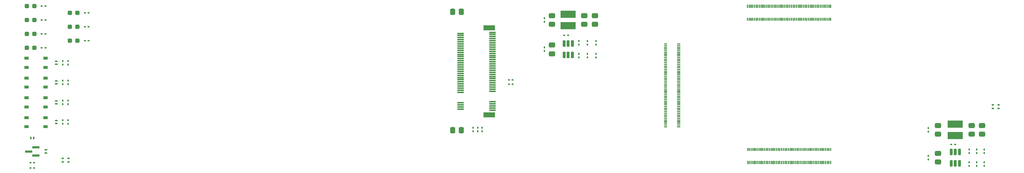
<source format=gtp>
%TF.GenerationSoftware,KiCad,Pcbnew,9.0.2*%
%TF.CreationDate,2025-06-03T00:46:39+06:00*%
%TF.ProjectId,OPI CM5 Blade board,4f504920-434d-4352-9042-6c6164652062,rev?*%
%TF.SameCoordinates,Original*%
%TF.FileFunction,Paste,Top*%
%TF.FilePolarity,Positive*%
%FSLAX46Y46*%
G04 Gerber Fmt 4.6, Leading zero omitted, Abs format (unit mm)*
G04 Created by KiCad (PCBNEW 9.0.2) date 2025-06-03 00:46:39*
%MOMM*%
%LPD*%
G01*
G04 APERTURE LIST*
G04 Aperture macros list*
%AMRoundRect*
0 Rectangle with rounded corners*
0 $1 Rounding radius*
0 $2 $3 $4 $5 $6 $7 $8 $9 X,Y pos of 4 corners*
0 Add a 4 corners polygon primitive as box body*
4,1,4,$2,$3,$4,$5,$6,$7,$8,$9,$2,$3,0*
0 Add four circle primitives for the rounded corners*
1,1,$1+$1,$2,$3*
1,1,$1+$1,$4,$5*
1,1,$1+$1,$6,$7*
1,1,$1+$1,$8,$9*
0 Add four rect primitives between the rounded corners*
20,1,$1+$1,$2,$3,$4,$5,0*
20,1,$1+$1,$4,$5,$6,$7,0*
20,1,$1+$1,$6,$7,$8,$9,0*
20,1,$1+$1,$8,$9,$2,$3,0*%
G04 Aperture macros list end*
%ADD10C,0.010000*%
%ADD11RoundRect,0.090000X0.139000X0.090000X-0.139000X0.090000X-0.139000X-0.090000X0.139000X-0.090000X0*%
%ADD12RoundRect,0.090000X-0.090000X0.139000X-0.090000X-0.139000X0.090000X-0.139000X0.090000X0.139000X0*%
%ADD13RoundRect,0.090000X0.090000X-0.139000X0.090000X0.139000X-0.090000X0.139000X-0.090000X-0.139000X0*%
%ADD14RoundRect,0.050000X0.100000X0.250000X-0.100000X0.250000X-0.100000X-0.250000X0.100000X-0.250000X0*%
%ADD15R,0.990600X0.711200*%
%ADD16RoundRect,0.090000X-0.139000X-0.090000X0.139000X-0.090000X0.139000X0.090000X-0.139000X0.090000X0*%
%ADD17RoundRect,0.050000X-0.250000X0.100000X-0.250000X-0.100000X0.250000X-0.100000X0.250000X0.100000X0*%
%ADD18R,3.606800X1.803400*%
%ADD19R,1.550000X0.300000*%
%ADD20R,2.750000X1.200000*%
%ADD21RoundRect,0.250000X-0.475000X0.337500X-0.475000X-0.337500X0.475000X-0.337500X0.475000X0.337500X0*%
%ADD22RoundRect,0.250000X0.337500X0.475000X-0.337500X0.475000X-0.337500X-0.475000X0.337500X-0.475000X0*%
%ADD23R,1.750000X0.600000*%
%ADD24RoundRect,0.237500X0.287500X0.237500X-0.287500X0.237500X-0.287500X-0.237500X0.287500X-0.237500X0*%
%ADD25RoundRect,0.250000X0.475000X-0.337500X0.475000X0.337500X-0.475000X0.337500X-0.475000X-0.337500X0*%
%ADD26RoundRect,0.162500X0.162500X-0.617500X0.162500X0.617500X-0.162500X0.617500X-0.162500X-0.617500X0*%
%ADD27R,0.500000X0.300000*%
G04 APERTURE END LIST*
D10*
%TO.C,J2*%
X208469027Y-31315790D02*
X208290027Y-31315790D01*
X208290027Y-30689790D01*
X208469027Y-30689790D01*
X208469027Y-31315790D01*
G36*
X208469027Y-31315790D02*
G01*
X208290027Y-31315790D01*
X208290027Y-30689790D01*
X208469027Y-30689790D01*
X208469027Y-31315790D01*
G37*
X208469027Y-34395790D02*
X208290027Y-34395790D01*
X208290027Y-33769790D01*
X208469027Y-33769790D01*
X208469027Y-34395790D01*
G36*
X208469027Y-34395790D02*
G01*
X208290027Y-34395790D01*
X208290027Y-33769790D01*
X208469027Y-33769790D01*
X208469027Y-34395790D01*
G37*
X208869027Y-31315790D02*
X208690027Y-31315790D01*
X208690027Y-30689790D01*
X208869027Y-30689790D01*
X208869027Y-31315790D01*
G36*
X208869027Y-31315790D02*
G01*
X208690027Y-31315790D01*
X208690027Y-30689790D01*
X208869027Y-30689790D01*
X208869027Y-31315790D01*
G37*
X208869027Y-34395790D02*
X208690027Y-34395790D01*
X208690027Y-33769790D01*
X208869027Y-33769790D01*
X208869027Y-34395790D01*
G36*
X208869027Y-34395790D02*
G01*
X208690027Y-34395790D01*
X208690027Y-33769790D01*
X208869027Y-33769790D01*
X208869027Y-34395790D01*
G37*
X209269027Y-31315790D02*
X209090027Y-31315790D01*
X209090027Y-30689790D01*
X209269027Y-30689790D01*
X209269027Y-31315790D01*
G36*
X209269027Y-31315790D02*
G01*
X209090027Y-31315790D01*
X209090027Y-30689790D01*
X209269027Y-30689790D01*
X209269027Y-31315790D01*
G37*
X209269027Y-34395790D02*
X209090027Y-34395790D01*
X209090027Y-33769790D01*
X209269027Y-33769790D01*
X209269027Y-34395790D01*
G36*
X209269027Y-34395790D02*
G01*
X209090027Y-34395790D01*
X209090027Y-33769790D01*
X209269027Y-33769790D01*
X209269027Y-34395790D01*
G37*
X209669027Y-31315790D02*
X209490027Y-31315790D01*
X209490027Y-30689790D01*
X209669027Y-30689790D01*
X209669027Y-31315790D01*
G36*
X209669027Y-31315790D02*
G01*
X209490027Y-31315790D01*
X209490027Y-30689790D01*
X209669027Y-30689790D01*
X209669027Y-31315790D01*
G37*
X209669027Y-34395790D02*
X209490027Y-34395790D01*
X209490027Y-33769790D01*
X209669027Y-33769790D01*
X209669027Y-34395790D01*
G36*
X209669027Y-34395790D02*
G01*
X209490027Y-34395790D01*
X209490027Y-33769790D01*
X209669027Y-33769790D01*
X209669027Y-34395790D01*
G37*
X210069027Y-31315790D02*
X209890027Y-31315790D01*
X209890027Y-30689790D01*
X210069027Y-30689790D01*
X210069027Y-31315790D01*
G36*
X210069027Y-31315790D02*
G01*
X209890027Y-31315790D01*
X209890027Y-30689790D01*
X210069027Y-30689790D01*
X210069027Y-31315790D01*
G37*
X210069027Y-34395790D02*
X209890027Y-34395790D01*
X209890027Y-33769790D01*
X210069027Y-33769790D01*
X210069027Y-34395790D01*
G36*
X210069027Y-34395790D02*
G01*
X209890027Y-34395790D01*
X209890027Y-33769790D01*
X210069027Y-33769790D01*
X210069027Y-34395790D01*
G37*
X210469027Y-31315790D02*
X210290027Y-31315790D01*
X210290027Y-30689790D01*
X210469027Y-30689790D01*
X210469027Y-31315790D01*
G36*
X210469027Y-31315790D02*
G01*
X210290027Y-31315790D01*
X210290027Y-30689790D01*
X210469027Y-30689790D01*
X210469027Y-31315790D01*
G37*
X210469027Y-34395790D02*
X210290027Y-34395790D01*
X210290027Y-33769790D01*
X210469027Y-33769790D01*
X210469027Y-34395790D01*
G36*
X210469027Y-34395790D02*
G01*
X210290027Y-34395790D01*
X210290027Y-33769790D01*
X210469027Y-33769790D01*
X210469027Y-34395790D01*
G37*
X210869027Y-31315790D02*
X210690027Y-31315790D01*
X210690027Y-30689790D01*
X210869027Y-30689790D01*
X210869027Y-31315790D01*
G36*
X210869027Y-31315790D02*
G01*
X210690027Y-31315790D01*
X210690027Y-30689790D01*
X210869027Y-30689790D01*
X210869027Y-31315790D01*
G37*
X210869027Y-34395790D02*
X210690027Y-34395790D01*
X210690027Y-33769790D01*
X210869027Y-33769790D01*
X210869027Y-34395790D01*
G36*
X210869027Y-34395790D02*
G01*
X210690027Y-34395790D01*
X210690027Y-33769790D01*
X210869027Y-33769790D01*
X210869027Y-34395790D01*
G37*
X211269027Y-31315790D02*
X211090027Y-31315790D01*
X211090027Y-30689790D01*
X211269027Y-30689790D01*
X211269027Y-31315790D01*
G36*
X211269027Y-31315790D02*
G01*
X211090027Y-31315790D01*
X211090027Y-30689790D01*
X211269027Y-30689790D01*
X211269027Y-31315790D01*
G37*
X211269027Y-34395790D02*
X211090027Y-34395790D01*
X211090027Y-33769790D01*
X211269027Y-33769790D01*
X211269027Y-34395790D01*
G36*
X211269027Y-34395790D02*
G01*
X211090027Y-34395790D01*
X211090027Y-33769790D01*
X211269027Y-33769790D01*
X211269027Y-34395790D01*
G37*
X211669027Y-31315790D02*
X211490027Y-31315790D01*
X211490027Y-30689790D01*
X211669027Y-30689790D01*
X211669027Y-31315790D01*
G36*
X211669027Y-31315790D02*
G01*
X211490027Y-31315790D01*
X211490027Y-30689790D01*
X211669027Y-30689790D01*
X211669027Y-31315790D01*
G37*
X211669027Y-34395790D02*
X211490027Y-34395790D01*
X211490027Y-33769790D01*
X211669027Y-33769790D01*
X211669027Y-34395790D01*
G36*
X211669027Y-34395790D02*
G01*
X211490027Y-34395790D01*
X211490027Y-33769790D01*
X211669027Y-33769790D01*
X211669027Y-34395790D01*
G37*
X212069027Y-31315790D02*
X211890027Y-31315790D01*
X211890027Y-30689790D01*
X212069027Y-30689790D01*
X212069027Y-31315790D01*
G36*
X212069027Y-31315790D02*
G01*
X211890027Y-31315790D01*
X211890027Y-30689790D01*
X212069027Y-30689790D01*
X212069027Y-31315790D01*
G37*
X212069027Y-34395790D02*
X211890027Y-34395790D01*
X211890027Y-33769790D01*
X212069027Y-33769790D01*
X212069027Y-34395790D01*
G36*
X212069027Y-34395790D02*
G01*
X211890027Y-34395790D01*
X211890027Y-33769790D01*
X212069027Y-33769790D01*
X212069027Y-34395790D01*
G37*
X212469027Y-31315790D02*
X212290027Y-31315790D01*
X212290027Y-30689790D01*
X212469027Y-30689790D01*
X212469027Y-31315790D01*
G36*
X212469027Y-31315790D02*
G01*
X212290027Y-31315790D01*
X212290027Y-30689790D01*
X212469027Y-30689790D01*
X212469027Y-31315790D01*
G37*
X212469027Y-34395790D02*
X212290027Y-34395790D01*
X212290027Y-33769790D01*
X212469027Y-33769790D01*
X212469027Y-34395790D01*
G36*
X212469027Y-34395790D02*
G01*
X212290027Y-34395790D01*
X212290027Y-33769790D01*
X212469027Y-33769790D01*
X212469027Y-34395790D01*
G37*
X212869027Y-31315790D02*
X212690027Y-31315790D01*
X212690027Y-30689790D01*
X212869027Y-30689790D01*
X212869027Y-31315790D01*
G36*
X212869027Y-31315790D02*
G01*
X212690027Y-31315790D01*
X212690027Y-30689790D01*
X212869027Y-30689790D01*
X212869027Y-31315790D01*
G37*
X212869027Y-34395790D02*
X212690027Y-34395790D01*
X212690027Y-33769790D01*
X212869027Y-33769790D01*
X212869027Y-34395790D01*
G36*
X212869027Y-34395790D02*
G01*
X212690027Y-34395790D01*
X212690027Y-33769790D01*
X212869027Y-33769790D01*
X212869027Y-34395790D01*
G37*
X213269027Y-31315790D02*
X213090027Y-31315790D01*
X213090027Y-30689790D01*
X213269027Y-30689790D01*
X213269027Y-31315790D01*
G36*
X213269027Y-31315790D02*
G01*
X213090027Y-31315790D01*
X213090027Y-30689790D01*
X213269027Y-30689790D01*
X213269027Y-31315790D01*
G37*
X213269027Y-34395790D02*
X213090027Y-34395790D01*
X213090027Y-33769790D01*
X213269027Y-33769790D01*
X213269027Y-34395790D01*
G36*
X213269027Y-34395790D02*
G01*
X213090027Y-34395790D01*
X213090027Y-33769790D01*
X213269027Y-33769790D01*
X213269027Y-34395790D01*
G37*
X213669027Y-31315790D02*
X213490027Y-31315790D01*
X213490027Y-30689790D01*
X213669027Y-30689790D01*
X213669027Y-31315790D01*
G36*
X213669027Y-31315790D02*
G01*
X213490027Y-31315790D01*
X213490027Y-30689790D01*
X213669027Y-30689790D01*
X213669027Y-31315790D01*
G37*
X213669027Y-34395790D02*
X213490027Y-34395790D01*
X213490027Y-33769790D01*
X213669027Y-33769790D01*
X213669027Y-34395790D01*
G36*
X213669027Y-34395790D02*
G01*
X213490027Y-34395790D01*
X213490027Y-33769790D01*
X213669027Y-33769790D01*
X213669027Y-34395790D01*
G37*
X214069027Y-31315790D02*
X213890027Y-31315790D01*
X213890027Y-30689790D01*
X214069027Y-30689790D01*
X214069027Y-31315790D01*
G36*
X214069027Y-31315790D02*
G01*
X213890027Y-31315790D01*
X213890027Y-30689790D01*
X214069027Y-30689790D01*
X214069027Y-31315790D01*
G37*
X214069027Y-34395790D02*
X213890027Y-34395790D01*
X213890027Y-33769790D01*
X214069027Y-33769790D01*
X214069027Y-34395790D01*
G36*
X214069027Y-34395790D02*
G01*
X213890027Y-34395790D01*
X213890027Y-33769790D01*
X214069027Y-33769790D01*
X214069027Y-34395790D01*
G37*
X214469027Y-31315790D02*
X214290027Y-31315790D01*
X214290027Y-30689790D01*
X214469027Y-30689790D01*
X214469027Y-31315790D01*
G36*
X214469027Y-31315790D02*
G01*
X214290027Y-31315790D01*
X214290027Y-30689790D01*
X214469027Y-30689790D01*
X214469027Y-31315790D01*
G37*
X214469027Y-34395790D02*
X214290027Y-34395790D01*
X214290027Y-33769790D01*
X214469027Y-33769790D01*
X214469027Y-34395790D01*
G36*
X214469027Y-34395790D02*
G01*
X214290027Y-34395790D01*
X214290027Y-33769790D01*
X214469027Y-33769790D01*
X214469027Y-34395790D01*
G37*
X214869027Y-31315790D02*
X214690027Y-31315790D01*
X214690027Y-30689790D01*
X214869027Y-30689790D01*
X214869027Y-31315790D01*
G36*
X214869027Y-31315790D02*
G01*
X214690027Y-31315790D01*
X214690027Y-30689790D01*
X214869027Y-30689790D01*
X214869027Y-31315790D01*
G37*
X214869027Y-34395790D02*
X214690027Y-34395790D01*
X214690027Y-33769790D01*
X214869027Y-33769790D01*
X214869027Y-34395790D01*
G36*
X214869027Y-34395790D02*
G01*
X214690027Y-34395790D01*
X214690027Y-33769790D01*
X214869027Y-33769790D01*
X214869027Y-34395790D01*
G37*
X215269027Y-31315790D02*
X215090027Y-31315790D01*
X215090027Y-30689790D01*
X215269027Y-30689790D01*
X215269027Y-31315790D01*
G36*
X215269027Y-31315790D02*
G01*
X215090027Y-31315790D01*
X215090027Y-30689790D01*
X215269027Y-30689790D01*
X215269027Y-31315790D01*
G37*
X215269027Y-34395790D02*
X215090027Y-34395790D01*
X215090027Y-33769790D01*
X215269027Y-33769790D01*
X215269027Y-34395790D01*
G36*
X215269027Y-34395790D02*
G01*
X215090027Y-34395790D01*
X215090027Y-33769790D01*
X215269027Y-33769790D01*
X215269027Y-34395790D01*
G37*
X215669027Y-31315790D02*
X215490027Y-31315790D01*
X215490027Y-30689790D01*
X215669027Y-30689790D01*
X215669027Y-31315790D01*
G36*
X215669027Y-31315790D02*
G01*
X215490027Y-31315790D01*
X215490027Y-30689790D01*
X215669027Y-30689790D01*
X215669027Y-31315790D01*
G37*
X215669027Y-34395790D02*
X215490027Y-34395790D01*
X215490027Y-33769790D01*
X215669027Y-33769790D01*
X215669027Y-34395790D01*
G36*
X215669027Y-34395790D02*
G01*
X215490027Y-34395790D01*
X215490027Y-33769790D01*
X215669027Y-33769790D01*
X215669027Y-34395790D01*
G37*
X216069027Y-31315790D02*
X215890027Y-31315790D01*
X215890027Y-30689790D01*
X216069027Y-30689790D01*
X216069027Y-31315790D01*
G36*
X216069027Y-31315790D02*
G01*
X215890027Y-31315790D01*
X215890027Y-30689790D01*
X216069027Y-30689790D01*
X216069027Y-31315790D01*
G37*
X216069027Y-34395790D02*
X215890027Y-34395790D01*
X215890027Y-33769790D01*
X216069027Y-33769790D01*
X216069027Y-34395790D01*
G36*
X216069027Y-34395790D02*
G01*
X215890027Y-34395790D01*
X215890027Y-33769790D01*
X216069027Y-33769790D01*
X216069027Y-34395790D01*
G37*
X216469027Y-31315790D02*
X216290027Y-31315790D01*
X216290027Y-30689790D01*
X216469027Y-30689790D01*
X216469027Y-31315790D01*
G36*
X216469027Y-31315790D02*
G01*
X216290027Y-31315790D01*
X216290027Y-30689790D01*
X216469027Y-30689790D01*
X216469027Y-31315790D01*
G37*
X216469027Y-34395790D02*
X216290027Y-34395790D01*
X216290027Y-33769790D01*
X216469027Y-33769790D01*
X216469027Y-34395790D01*
G36*
X216469027Y-34395790D02*
G01*
X216290027Y-34395790D01*
X216290027Y-33769790D01*
X216469027Y-33769790D01*
X216469027Y-34395790D01*
G37*
X216869027Y-31315790D02*
X216690027Y-31315790D01*
X216690027Y-30689790D01*
X216869027Y-30689790D01*
X216869027Y-31315790D01*
G36*
X216869027Y-31315790D02*
G01*
X216690027Y-31315790D01*
X216690027Y-30689790D01*
X216869027Y-30689790D01*
X216869027Y-31315790D01*
G37*
X216869027Y-34395790D02*
X216690027Y-34395790D01*
X216690027Y-33769790D01*
X216869027Y-33769790D01*
X216869027Y-34395790D01*
G36*
X216869027Y-34395790D02*
G01*
X216690027Y-34395790D01*
X216690027Y-33769790D01*
X216869027Y-33769790D01*
X216869027Y-34395790D01*
G37*
X217269027Y-31315790D02*
X217090027Y-31315790D01*
X217090027Y-30689790D01*
X217269027Y-30689790D01*
X217269027Y-31315790D01*
G36*
X217269027Y-31315790D02*
G01*
X217090027Y-31315790D01*
X217090027Y-30689790D01*
X217269027Y-30689790D01*
X217269027Y-31315790D01*
G37*
X217269027Y-34395790D02*
X217090027Y-34395790D01*
X217090027Y-33769790D01*
X217269027Y-33769790D01*
X217269027Y-34395790D01*
G36*
X217269027Y-34395790D02*
G01*
X217090027Y-34395790D01*
X217090027Y-33769790D01*
X217269027Y-33769790D01*
X217269027Y-34395790D01*
G37*
X217669027Y-31315790D02*
X217490027Y-31315790D01*
X217490027Y-30689790D01*
X217669027Y-30689790D01*
X217669027Y-31315790D01*
G36*
X217669027Y-31315790D02*
G01*
X217490027Y-31315790D01*
X217490027Y-30689790D01*
X217669027Y-30689790D01*
X217669027Y-31315790D01*
G37*
X217669027Y-34395790D02*
X217490027Y-34395790D01*
X217490027Y-33769790D01*
X217669027Y-33769790D01*
X217669027Y-34395790D01*
G36*
X217669027Y-34395790D02*
G01*
X217490027Y-34395790D01*
X217490027Y-33769790D01*
X217669027Y-33769790D01*
X217669027Y-34395790D01*
G37*
X218069027Y-31315790D02*
X217890027Y-31315790D01*
X217890027Y-30689790D01*
X218069027Y-30689790D01*
X218069027Y-31315790D01*
G36*
X218069027Y-31315790D02*
G01*
X217890027Y-31315790D01*
X217890027Y-30689790D01*
X218069027Y-30689790D01*
X218069027Y-31315790D01*
G37*
X218069027Y-34395790D02*
X217890027Y-34395790D01*
X217890027Y-33769790D01*
X218069027Y-33769790D01*
X218069027Y-34395790D01*
G36*
X218069027Y-34395790D02*
G01*
X217890027Y-34395790D01*
X217890027Y-33769790D01*
X218069027Y-33769790D01*
X218069027Y-34395790D01*
G37*
X218469027Y-31315790D02*
X218290027Y-31315790D01*
X218290027Y-30689790D01*
X218469027Y-30689790D01*
X218469027Y-31315790D01*
G36*
X218469027Y-31315790D02*
G01*
X218290027Y-31315790D01*
X218290027Y-30689790D01*
X218469027Y-30689790D01*
X218469027Y-31315790D01*
G37*
X218469027Y-34395790D02*
X218290027Y-34395790D01*
X218290027Y-33769790D01*
X218469027Y-33769790D01*
X218469027Y-34395790D01*
G36*
X218469027Y-34395790D02*
G01*
X218290027Y-34395790D01*
X218290027Y-33769790D01*
X218469027Y-33769790D01*
X218469027Y-34395790D01*
G37*
X218869027Y-31315790D02*
X218690027Y-31315790D01*
X218690027Y-30689790D01*
X218869027Y-30689790D01*
X218869027Y-31315790D01*
G36*
X218869027Y-31315790D02*
G01*
X218690027Y-31315790D01*
X218690027Y-30689790D01*
X218869027Y-30689790D01*
X218869027Y-31315790D01*
G37*
X218869027Y-34395790D02*
X218690027Y-34395790D01*
X218690027Y-33769790D01*
X218869027Y-33769790D01*
X218869027Y-34395790D01*
G36*
X218869027Y-34395790D02*
G01*
X218690027Y-34395790D01*
X218690027Y-33769790D01*
X218869027Y-33769790D01*
X218869027Y-34395790D01*
G37*
X219269027Y-31315790D02*
X219090027Y-31315790D01*
X219090027Y-30689790D01*
X219269027Y-30689790D01*
X219269027Y-31315790D01*
G36*
X219269027Y-31315790D02*
G01*
X219090027Y-31315790D01*
X219090027Y-30689790D01*
X219269027Y-30689790D01*
X219269027Y-31315790D01*
G37*
X219269027Y-34395790D02*
X219090027Y-34395790D01*
X219090027Y-33769790D01*
X219269027Y-33769790D01*
X219269027Y-34395790D01*
G36*
X219269027Y-34395790D02*
G01*
X219090027Y-34395790D01*
X219090027Y-33769790D01*
X219269027Y-33769790D01*
X219269027Y-34395790D01*
G37*
X219669027Y-31315790D02*
X219490027Y-31315790D01*
X219490027Y-30689790D01*
X219669027Y-30689790D01*
X219669027Y-31315790D01*
G36*
X219669027Y-31315790D02*
G01*
X219490027Y-31315790D01*
X219490027Y-30689790D01*
X219669027Y-30689790D01*
X219669027Y-31315790D01*
G37*
X219669027Y-34395790D02*
X219490027Y-34395790D01*
X219490027Y-33769790D01*
X219669027Y-33769790D01*
X219669027Y-34395790D01*
G36*
X219669027Y-34395790D02*
G01*
X219490027Y-34395790D01*
X219490027Y-33769790D01*
X219669027Y-33769790D01*
X219669027Y-34395790D01*
G37*
X220069027Y-31315790D02*
X219890027Y-31315790D01*
X219890027Y-30689790D01*
X220069027Y-30689790D01*
X220069027Y-31315790D01*
G36*
X220069027Y-31315790D02*
G01*
X219890027Y-31315790D01*
X219890027Y-30689790D01*
X220069027Y-30689790D01*
X220069027Y-31315790D01*
G37*
X220069027Y-34395790D02*
X219890027Y-34395790D01*
X219890027Y-33769790D01*
X220069027Y-33769790D01*
X220069027Y-34395790D01*
G36*
X220069027Y-34395790D02*
G01*
X219890027Y-34395790D01*
X219890027Y-33769790D01*
X220069027Y-33769790D01*
X220069027Y-34395790D01*
G37*
X220469027Y-31315790D02*
X220290027Y-31315790D01*
X220290027Y-30689790D01*
X220469027Y-30689790D01*
X220469027Y-31315790D01*
G36*
X220469027Y-31315790D02*
G01*
X220290027Y-31315790D01*
X220290027Y-30689790D01*
X220469027Y-30689790D01*
X220469027Y-31315790D01*
G37*
X220469027Y-34395790D02*
X220290027Y-34395790D01*
X220290027Y-33769790D01*
X220469027Y-33769790D01*
X220469027Y-34395790D01*
G36*
X220469027Y-34395790D02*
G01*
X220290027Y-34395790D01*
X220290027Y-33769790D01*
X220469027Y-33769790D01*
X220469027Y-34395790D01*
G37*
X220869027Y-31315790D02*
X220690027Y-31315790D01*
X220690027Y-30689790D01*
X220869027Y-30689790D01*
X220869027Y-31315790D01*
G36*
X220869027Y-31315790D02*
G01*
X220690027Y-31315790D01*
X220690027Y-30689790D01*
X220869027Y-30689790D01*
X220869027Y-31315790D01*
G37*
X220869027Y-34395790D02*
X220690027Y-34395790D01*
X220690027Y-33769790D01*
X220869027Y-33769790D01*
X220869027Y-34395790D01*
G36*
X220869027Y-34395790D02*
G01*
X220690027Y-34395790D01*
X220690027Y-33769790D01*
X220869027Y-33769790D01*
X220869027Y-34395790D01*
G37*
X221269027Y-31315790D02*
X221090027Y-31315790D01*
X221090027Y-30689790D01*
X221269027Y-30689790D01*
X221269027Y-31315790D01*
G36*
X221269027Y-31315790D02*
G01*
X221090027Y-31315790D01*
X221090027Y-30689790D01*
X221269027Y-30689790D01*
X221269027Y-31315790D01*
G37*
X221269027Y-34395790D02*
X221090027Y-34395790D01*
X221090027Y-33769790D01*
X221269027Y-33769790D01*
X221269027Y-34395790D01*
G36*
X221269027Y-34395790D02*
G01*
X221090027Y-34395790D01*
X221090027Y-33769790D01*
X221269027Y-33769790D01*
X221269027Y-34395790D01*
G37*
X221669027Y-31315790D02*
X221490027Y-31315790D01*
X221490027Y-30689790D01*
X221669027Y-30689790D01*
X221669027Y-31315790D01*
G36*
X221669027Y-31315790D02*
G01*
X221490027Y-31315790D01*
X221490027Y-30689790D01*
X221669027Y-30689790D01*
X221669027Y-31315790D01*
G37*
X221669027Y-34395790D02*
X221490027Y-34395790D01*
X221490027Y-33769790D01*
X221669027Y-33769790D01*
X221669027Y-34395790D01*
G36*
X221669027Y-34395790D02*
G01*
X221490027Y-34395790D01*
X221490027Y-33769790D01*
X221669027Y-33769790D01*
X221669027Y-34395790D01*
G37*
X222069027Y-31315790D02*
X221890027Y-31315790D01*
X221890027Y-30689790D01*
X222069027Y-30689790D01*
X222069027Y-31315790D01*
G36*
X222069027Y-31315790D02*
G01*
X221890027Y-31315790D01*
X221890027Y-30689790D01*
X222069027Y-30689790D01*
X222069027Y-31315790D01*
G37*
X222069027Y-34395790D02*
X221890027Y-34395790D01*
X221890027Y-33769790D01*
X222069027Y-33769790D01*
X222069027Y-34395790D01*
G36*
X222069027Y-34395790D02*
G01*
X221890027Y-34395790D01*
X221890027Y-33769790D01*
X222069027Y-33769790D01*
X222069027Y-34395790D01*
G37*
X222469027Y-31315790D02*
X222290027Y-31315790D01*
X222290027Y-30689790D01*
X222469027Y-30689790D01*
X222469027Y-31315790D01*
G36*
X222469027Y-31315790D02*
G01*
X222290027Y-31315790D01*
X222290027Y-30689790D01*
X222469027Y-30689790D01*
X222469027Y-31315790D01*
G37*
X222469027Y-34395790D02*
X222290027Y-34395790D01*
X222290027Y-33769790D01*
X222469027Y-33769790D01*
X222469027Y-34395790D01*
G36*
X222469027Y-34395790D02*
G01*
X222290027Y-34395790D01*
X222290027Y-33769790D01*
X222469027Y-33769790D01*
X222469027Y-34395790D01*
G37*
X222869027Y-31315790D02*
X222690027Y-31315790D01*
X222690027Y-30689790D01*
X222869027Y-30689790D01*
X222869027Y-31315790D01*
G36*
X222869027Y-31315790D02*
G01*
X222690027Y-31315790D01*
X222690027Y-30689790D01*
X222869027Y-30689790D01*
X222869027Y-31315790D01*
G37*
X222869027Y-34395790D02*
X222690027Y-34395790D01*
X222690027Y-33769790D01*
X222869027Y-33769790D01*
X222869027Y-34395790D01*
G36*
X222869027Y-34395790D02*
G01*
X222690027Y-34395790D01*
X222690027Y-33769790D01*
X222869027Y-33769790D01*
X222869027Y-34395790D01*
G37*
X223269027Y-31315790D02*
X223090027Y-31315790D01*
X223090027Y-30689790D01*
X223269027Y-30689790D01*
X223269027Y-31315790D01*
G36*
X223269027Y-31315790D02*
G01*
X223090027Y-31315790D01*
X223090027Y-30689790D01*
X223269027Y-30689790D01*
X223269027Y-31315790D01*
G37*
X223269027Y-34395790D02*
X223090027Y-34395790D01*
X223090027Y-33769790D01*
X223269027Y-33769790D01*
X223269027Y-34395790D01*
G36*
X223269027Y-34395790D02*
G01*
X223090027Y-34395790D01*
X223090027Y-33769790D01*
X223269027Y-33769790D01*
X223269027Y-34395790D01*
G37*
X223669027Y-31315790D02*
X223490027Y-31315790D01*
X223490027Y-30689790D01*
X223669027Y-30689790D01*
X223669027Y-31315790D01*
G36*
X223669027Y-31315790D02*
G01*
X223490027Y-31315790D01*
X223490027Y-30689790D01*
X223669027Y-30689790D01*
X223669027Y-31315790D01*
G37*
X223669027Y-34395790D02*
X223490027Y-34395790D01*
X223490027Y-33769790D01*
X223669027Y-33769790D01*
X223669027Y-34395790D01*
G36*
X223669027Y-34395790D02*
G01*
X223490027Y-34395790D01*
X223490027Y-33769790D01*
X223669027Y-33769790D01*
X223669027Y-34395790D01*
G37*
X224069027Y-31315790D02*
X223890027Y-31315790D01*
X223890027Y-30689790D01*
X224069027Y-30689790D01*
X224069027Y-31315790D01*
G36*
X224069027Y-31315790D02*
G01*
X223890027Y-31315790D01*
X223890027Y-30689790D01*
X224069027Y-30689790D01*
X224069027Y-31315790D01*
G37*
X224069027Y-34395790D02*
X223890027Y-34395790D01*
X223890027Y-33769790D01*
X224069027Y-33769790D01*
X224069027Y-34395790D01*
G36*
X224069027Y-34395790D02*
G01*
X223890027Y-34395790D01*
X223890027Y-33769790D01*
X224069027Y-33769790D01*
X224069027Y-34395790D01*
G37*
X224469027Y-31315790D02*
X224290027Y-31315790D01*
X224290027Y-30689790D01*
X224469027Y-30689790D01*
X224469027Y-31315790D01*
G36*
X224469027Y-31315790D02*
G01*
X224290027Y-31315790D01*
X224290027Y-30689790D01*
X224469027Y-30689790D01*
X224469027Y-31315790D01*
G37*
X224469027Y-34395790D02*
X224290027Y-34395790D01*
X224290027Y-33769790D01*
X224469027Y-33769790D01*
X224469027Y-34395790D01*
G36*
X224469027Y-34395790D02*
G01*
X224290027Y-34395790D01*
X224290027Y-33769790D01*
X224469027Y-33769790D01*
X224469027Y-34395790D01*
G37*
X224869027Y-31315790D02*
X224690027Y-31315790D01*
X224690027Y-30689790D01*
X224869027Y-30689790D01*
X224869027Y-31315790D01*
G36*
X224869027Y-31315790D02*
G01*
X224690027Y-31315790D01*
X224690027Y-30689790D01*
X224869027Y-30689790D01*
X224869027Y-31315790D01*
G37*
X224869027Y-34395790D02*
X224690027Y-34395790D01*
X224690027Y-33769790D01*
X224869027Y-33769790D01*
X224869027Y-34395790D01*
G36*
X224869027Y-34395790D02*
G01*
X224690027Y-34395790D01*
X224690027Y-33769790D01*
X224869027Y-33769790D01*
X224869027Y-34395790D01*
G37*
X225269027Y-31315790D02*
X225090027Y-31315790D01*
X225090027Y-30689790D01*
X225269027Y-30689790D01*
X225269027Y-31315790D01*
G36*
X225269027Y-31315790D02*
G01*
X225090027Y-31315790D01*
X225090027Y-30689790D01*
X225269027Y-30689790D01*
X225269027Y-31315790D01*
G37*
X225269027Y-34395790D02*
X225090027Y-34395790D01*
X225090027Y-33769790D01*
X225269027Y-33769790D01*
X225269027Y-34395790D01*
G36*
X225269027Y-34395790D02*
G01*
X225090027Y-34395790D01*
X225090027Y-33769790D01*
X225269027Y-33769790D01*
X225269027Y-34395790D01*
G37*
X225669027Y-31315790D02*
X225490027Y-31315790D01*
X225490027Y-30689790D01*
X225669027Y-30689790D01*
X225669027Y-31315790D01*
G36*
X225669027Y-31315790D02*
G01*
X225490027Y-31315790D01*
X225490027Y-30689790D01*
X225669027Y-30689790D01*
X225669027Y-31315790D01*
G37*
X225669027Y-34395790D02*
X225490027Y-34395790D01*
X225490027Y-33769790D01*
X225669027Y-33769790D01*
X225669027Y-34395790D01*
G36*
X225669027Y-34395790D02*
G01*
X225490027Y-34395790D01*
X225490027Y-33769790D01*
X225669027Y-33769790D01*
X225669027Y-34395790D01*
G37*
X226069027Y-31315790D02*
X225890027Y-31315790D01*
X225890027Y-30689790D01*
X226069027Y-30689790D01*
X226069027Y-31315790D01*
G36*
X226069027Y-31315790D02*
G01*
X225890027Y-31315790D01*
X225890027Y-30689790D01*
X226069027Y-30689790D01*
X226069027Y-31315790D01*
G37*
X226069027Y-34395790D02*
X225890027Y-34395790D01*
X225890027Y-33769790D01*
X226069027Y-33769790D01*
X226069027Y-34395790D01*
G36*
X226069027Y-34395790D02*
G01*
X225890027Y-34395790D01*
X225890027Y-33769790D01*
X226069027Y-33769790D01*
X226069027Y-34395790D01*
G37*
X226469027Y-31315790D02*
X226290027Y-31315790D01*
X226290027Y-30689790D01*
X226469027Y-30689790D01*
X226469027Y-31315790D01*
G36*
X226469027Y-31315790D02*
G01*
X226290027Y-31315790D01*
X226290027Y-30689790D01*
X226469027Y-30689790D01*
X226469027Y-31315790D01*
G37*
X226469027Y-34395790D02*
X226290027Y-34395790D01*
X226290027Y-33769790D01*
X226469027Y-33769790D01*
X226469027Y-34395790D01*
G36*
X226469027Y-34395790D02*
G01*
X226290027Y-34395790D01*
X226290027Y-33769790D01*
X226469027Y-33769790D01*
X226469027Y-34395790D01*
G37*
X226869027Y-31315790D02*
X226690027Y-31315790D01*
X226690027Y-30689790D01*
X226869027Y-30689790D01*
X226869027Y-31315790D01*
G36*
X226869027Y-31315790D02*
G01*
X226690027Y-31315790D01*
X226690027Y-30689790D01*
X226869027Y-30689790D01*
X226869027Y-31315790D01*
G37*
X226869027Y-34395790D02*
X226690027Y-34395790D01*
X226690027Y-33769790D01*
X226869027Y-33769790D01*
X226869027Y-34395790D01*
G36*
X226869027Y-34395790D02*
G01*
X226690027Y-34395790D01*
X226690027Y-33769790D01*
X226869027Y-33769790D01*
X226869027Y-34395790D01*
G37*
X227269027Y-31315790D02*
X227090027Y-31315790D01*
X227090027Y-30689790D01*
X227269027Y-30689790D01*
X227269027Y-31315790D01*
G36*
X227269027Y-31315790D02*
G01*
X227090027Y-31315790D01*
X227090027Y-30689790D01*
X227269027Y-30689790D01*
X227269027Y-31315790D01*
G37*
X227269027Y-34395790D02*
X227090027Y-34395790D01*
X227090027Y-33769790D01*
X227269027Y-33769790D01*
X227269027Y-34395790D01*
G36*
X227269027Y-34395790D02*
G01*
X227090027Y-34395790D01*
X227090027Y-33769790D01*
X227269027Y-33769790D01*
X227269027Y-34395790D01*
G37*
X227669027Y-31315790D02*
X227490027Y-31315790D01*
X227490027Y-30689790D01*
X227669027Y-30689790D01*
X227669027Y-31315790D01*
G36*
X227669027Y-31315790D02*
G01*
X227490027Y-31315790D01*
X227490027Y-30689790D01*
X227669027Y-30689790D01*
X227669027Y-31315790D01*
G37*
X227669027Y-34395790D02*
X227490027Y-34395790D01*
X227490027Y-33769790D01*
X227669027Y-33769790D01*
X227669027Y-34395790D01*
G36*
X227669027Y-34395790D02*
G01*
X227490027Y-34395790D01*
X227490027Y-33769790D01*
X227669027Y-33769790D01*
X227669027Y-34395790D01*
G37*
X228069027Y-31315790D02*
X227890027Y-31315790D01*
X227890027Y-30689790D01*
X228069027Y-30689790D01*
X228069027Y-31315790D01*
G36*
X228069027Y-31315790D02*
G01*
X227890027Y-31315790D01*
X227890027Y-30689790D01*
X228069027Y-30689790D01*
X228069027Y-31315790D01*
G37*
X228069027Y-34395790D02*
X227890027Y-34395790D01*
X227890027Y-33769790D01*
X228069027Y-33769790D01*
X228069027Y-34395790D01*
G36*
X228069027Y-34395790D02*
G01*
X227890027Y-34395790D01*
X227890027Y-33769790D01*
X228069027Y-33769790D01*
X228069027Y-34395790D01*
G37*
%TO.C,J3*%
X189370484Y-40084041D02*
X188744484Y-40084041D01*
X188744484Y-39905041D01*
X189370484Y-39905041D01*
X189370484Y-40084041D01*
G36*
X189370484Y-40084041D02*
G01*
X188744484Y-40084041D01*
X188744484Y-39905041D01*
X189370484Y-39905041D01*
X189370484Y-40084041D01*
G37*
X189370484Y-40484041D02*
X188744484Y-40484041D01*
X188744484Y-40305041D01*
X189370484Y-40305041D01*
X189370484Y-40484041D01*
G36*
X189370484Y-40484041D02*
G01*
X188744484Y-40484041D01*
X188744484Y-40305041D01*
X189370484Y-40305041D01*
X189370484Y-40484041D01*
G37*
X189370484Y-40884041D02*
X188744484Y-40884041D01*
X188744484Y-40705041D01*
X189370484Y-40705041D01*
X189370484Y-40884041D01*
G36*
X189370484Y-40884041D02*
G01*
X188744484Y-40884041D01*
X188744484Y-40705041D01*
X189370484Y-40705041D01*
X189370484Y-40884041D01*
G37*
X189370484Y-41284041D02*
X188744484Y-41284041D01*
X188744484Y-41105041D01*
X189370484Y-41105041D01*
X189370484Y-41284041D01*
G36*
X189370484Y-41284041D02*
G01*
X188744484Y-41284041D01*
X188744484Y-41105041D01*
X189370484Y-41105041D01*
X189370484Y-41284041D01*
G37*
X189370484Y-41684041D02*
X188744484Y-41684041D01*
X188744484Y-41505041D01*
X189370484Y-41505041D01*
X189370484Y-41684041D01*
G36*
X189370484Y-41684041D02*
G01*
X188744484Y-41684041D01*
X188744484Y-41505041D01*
X189370484Y-41505041D01*
X189370484Y-41684041D01*
G37*
X189370484Y-42084041D02*
X188744484Y-42084041D01*
X188744484Y-41905041D01*
X189370484Y-41905041D01*
X189370484Y-42084041D01*
G36*
X189370484Y-42084041D02*
G01*
X188744484Y-42084041D01*
X188744484Y-41905041D01*
X189370484Y-41905041D01*
X189370484Y-42084041D01*
G37*
X189370484Y-42484041D02*
X188744484Y-42484041D01*
X188744484Y-42305041D01*
X189370484Y-42305041D01*
X189370484Y-42484041D01*
G36*
X189370484Y-42484041D02*
G01*
X188744484Y-42484041D01*
X188744484Y-42305041D01*
X189370484Y-42305041D01*
X189370484Y-42484041D01*
G37*
X189370484Y-42884041D02*
X188744484Y-42884041D01*
X188744484Y-42705041D01*
X189370484Y-42705041D01*
X189370484Y-42884041D01*
G36*
X189370484Y-42884041D02*
G01*
X188744484Y-42884041D01*
X188744484Y-42705041D01*
X189370484Y-42705041D01*
X189370484Y-42884041D01*
G37*
X189370484Y-43284041D02*
X188744484Y-43284041D01*
X188744484Y-43105041D01*
X189370484Y-43105041D01*
X189370484Y-43284041D01*
G36*
X189370484Y-43284041D02*
G01*
X188744484Y-43284041D01*
X188744484Y-43105041D01*
X189370484Y-43105041D01*
X189370484Y-43284041D01*
G37*
X189370484Y-43684041D02*
X188744484Y-43684041D01*
X188744484Y-43505041D01*
X189370484Y-43505041D01*
X189370484Y-43684041D01*
G36*
X189370484Y-43684041D02*
G01*
X188744484Y-43684041D01*
X188744484Y-43505041D01*
X189370484Y-43505041D01*
X189370484Y-43684041D01*
G37*
X189370484Y-44084041D02*
X188744484Y-44084041D01*
X188744484Y-43905041D01*
X189370484Y-43905041D01*
X189370484Y-44084041D01*
G36*
X189370484Y-44084041D02*
G01*
X188744484Y-44084041D01*
X188744484Y-43905041D01*
X189370484Y-43905041D01*
X189370484Y-44084041D01*
G37*
X189370484Y-44484041D02*
X188744484Y-44484041D01*
X188744484Y-44305041D01*
X189370484Y-44305041D01*
X189370484Y-44484041D01*
G36*
X189370484Y-44484041D02*
G01*
X188744484Y-44484041D01*
X188744484Y-44305041D01*
X189370484Y-44305041D01*
X189370484Y-44484041D01*
G37*
X189370484Y-44884041D02*
X188744484Y-44884041D01*
X188744484Y-44705041D01*
X189370484Y-44705041D01*
X189370484Y-44884041D01*
G36*
X189370484Y-44884041D02*
G01*
X188744484Y-44884041D01*
X188744484Y-44705041D01*
X189370484Y-44705041D01*
X189370484Y-44884041D01*
G37*
X189370484Y-45284041D02*
X188744484Y-45284041D01*
X188744484Y-45105041D01*
X189370484Y-45105041D01*
X189370484Y-45284041D01*
G36*
X189370484Y-45284041D02*
G01*
X188744484Y-45284041D01*
X188744484Y-45105041D01*
X189370484Y-45105041D01*
X189370484Y-45284041D01*
G37*
X189370484Y-45684041D02*
X188744484Y-45684041D01*
X188744484Y-45505041D01*
X189370484Y-45505041D01*
X189370484Y-45684041D01*
G36*
X189370484Y-45684041D02*
G01*
X188744484Y-45684041D01*
X188744484Y-45505041D01*
X189370484Y-45505041D01*
X189370484Y-45684041D01*
G37*
X189370484Y-46084041D02*
X188744484Y-46084041D01*
X188744484Y-45905041D01*
X189370484Y-45905041D01*
X189370484Y-46084041D01*
G36*
X189370484Y-46084041D02*
G01*
X188744484Y-46084041D01*
X188744484Y-45905041D01*
X189370484Y-45905041D01*
X189370484Y-46084041D01*
G37*
X189370484Y-46484041D02*
X188744484Y-46484041D01*
X188744484Y-46305041D01*
X189370484Y-46305041D01*
X189370484Y-46484041D01*
G36*
X189370484Y-46484041D02*
G01*
X188744484Y-46484041D01*
X188744484Y-46305041D01*
X189370484Y-46305041D01*
X189370484Y-46484041D01*
G37*
X189370484Y-46884041D02*
X188744484Y-46884041D01*
X188744484Y-46705041D01*
X189370484Y-46705041D01*
X189370484Y-46884041D01*
G36*
X189370484Y-46884041D02*
G01*
X188744484Y-46884041D01*
X188744484Y-46705041D01*
X189370484Y-46705041D01*
X189370484Y-46884041D01*
G37*
X189370484Y-47284041D02*
X188744484Y-47284041D01*
X188744484Y-47105041D01*
X189370484Y-47105041D01*
X189370484Y-47284041D01*
G36*
X189370484Y-47284041D02*
G01*
X188744484Y-47284041D01*
X188744484Y-47105041D01*
X189370484Y-47105041D01*
X189370484Y-47284041D01*
G37*
X189370484Y-47684041D02*
X188744484Y-47684041D01*
X188744484Y-47505041D01*
X189370484Y-47505041D01*
X189370484Y-47684041D01*
G36*
X189370484Y-47684041D02*
G01*
X188744484Y-47684041D01*
X188744484Y-47505041D01*
X189370484Y-47505041D01*
X189370484Y-47684041D01*
G37*
X189370484Y-48084041D02*
X188744484Y-48084041D01*
X188744484Y-47905041D01*
X189370484Y-47905041D01*
X189370484Y-48084041D01*
G36*
X189370484Y-48084041D02*
G01*
X188744484Y-48084041D01*
X188744484Y-47905041D01*
X189370484Y-47905041D01*
X189370484Y-48084041D01*
G37*
X189370484Y-48484041D02*
X188744484Y-48484041D01*
X188744484Y-48305041D01*
X189370484Y-48305041D01*
X189370484Y-48484041D01*
G36*
X189370484Y-48484041D02*
G01*
X188744484Y-48484041D01*
X188744484Y-48305041D01*
X189370484Y-48305041D01*
X189370484Y-48484041D01*
G37*
X189370484Y-48884041D02*
X188744484Y-48884041D01*
X188744484Y-48705041D01*
X189370484Y-48705041D01*
X189370484Y-48884041D01*
G36*
X189370484Y-48884041D02*
G01*
X188744484Y-48884041D01*
X188744484Y-48705041D01*
X189370484Y-48705041D01*
X189370484Y-48884041D01*
G37*
X189370484Y-49284041D02*
X188744484Y-49284041D01*
X188744484Y-49105041D01*
X189370484Y-49105041D01*
X189370484Y-49284041D01*
G36*
X189370484Y-49284041D02*
G01*
X188744484Y-49284041D01*
X188744484Y-49105041D01*
X189370484Y-49105041D01*
X189370484Y-49284041D01*
G37*
X189370484Y-49684041D02*
X188744484Y-49684041D01*
X188744484Y-49505041D01*
X189370484Y-49505041D01*
X189370484Y-49684041D01*
G36*
X189370484Y-49684041D02*
G01*
X188744484Y-49684041D01*
X188744484Y-49505041D01*
X189370484Y-49505041D01*
X189370484Y-49684041D01*
G37*
X189370484Y-50084041D02*
X188744484Y-50084041D01*
X188744484Y-49905041D01*
X189370484Y-49905041D01*
X189370484Y-50084041D01*
G36*
X189370484Y-50084041D02*
G01*
X188744484Y-50084041D01*
X188744484Y-49905041D01*
X189370484Y-49905041D01*
X189370484Y-50084041D01*
G37*
X189370484Y-50484041D02*
X188744484Y-50484041D01*
X188744484Y-50305041D01*
X189370484Y-50305041D01*
X189370484Y-50484041D01*
G36*
X189370484Y-50484041D02*
G01*
X188744484Y-50484041D01*
X188744484Y-50305041D01*
X189370484Y-50305041D01*
X189370484Y-50484041D01*
G37*
X189370484Y-50884041D02*
X188744484Y-50884041D01*
X188744484Y-50705041D01*
X189370484Y-50705041D01*
X189370484Y-50884041D01*
G36*
X189370484Y-50884041D02*
G01*
X188744484Y-50884041D01*
X188744484Y-50705041D01*
X189370484Y-50705041D01*
X189370484Y-50884041D01*
G37*
X189370484Y-51284041D02*
X188744484Y-51284041D01*
X188744484Y-51105041D01*
X189370484Y-51105041D01*
X189370484Y-51284041D01*
G36*
X189370484Y-51284041D02*
G01*
X188744484Y-51284041D01*
X188744484Y-51105041D01*
X189370484Y-51105041D01*
X189370484Y-51284041D01*
G37*
X189370484Y-51684041D02*
X188744484Y-51684041D01*
X188744484Y-51505041D01*
X189370484Y-51505041D01*
X189370484Y-51684041D01*
G36*
X189370484Y-51684041D02*
G01*
X188744484Y-51684041D01*
X188744484Y-51505041D01*
X189370484Y-51505041D01*
X189370484Y-51684041D01*
G37*
X189370484Y-52084041D02*
X188744484Y-52084041D01*
X188744484Y-51905041D01*
X189370484Y-51905041D01*
X189370484Y-52084041D01*
G36*
X189370484Y-52084041D02*
G01*
X188744484Y-52084041D01*
X188744484Y-51905041D01*
X189370484Y-51905041D01*
X189370484Y-52084041D01*
G37*
X189370484Y-52484041D02*
X188744484Y-52484041D01*
X188744484Y-52305041D01*
X189370484Y-52305041D01*
X189370484Y-52484041D01*
G36*
X189370484Y-52484041D02*
G01*
X188744484Y-52484041D01*
X188744484Y-52305041D01*
X189370484Y-52305041D01*
X189370484Y-52484041D01*
G37*
X189370484Y-52884041D02*
X188744484Y-52884041D01*
X188744484Y-52705041D01*
X189370484Y-52705041D01*
X189370484Y-52884041D01*
G36*
X189370484Y-52884041D02*
G01*
X188744484Y-52884041D01*
X188744484Y-52705041D01*
X189370484Y-52705041D01*
X189370484Y-52884041D01*
G37*
X189370484Y-53284041D02*
X188744484Y-53284041D01*
X188744484Y-53105041D01*
X189370484Y-53105041D01*
X189370484Y-53284041D01*
G36*
X189370484Y-53284041D02*
G01*
X188744484Y-53284041D01*
X188744484Y-53105041D01*
X189370484Y-53105041D01*
X189370484Y-53284041D01*
G37*
X189370484Y-53684041D02*
X188744484Y-53684041D01*
X188744484Y-53505041D01*
X189370484Y-53505041D01*
X189370484Y-53684041D01*
G36*
X189370484Y-53684041D02*
G01*
X188744484Y-53684041D01*
X188744484Y-53505041D01*
X189370484Y-53505041D01*
X189370484Y-53684041D01*
G37*
X189370484Y-54084041D02*
X188744484Y-54084041D01*
X188744484Y-53905041D01*
X189370484Y-53905041D01*
X189370484Y-54084041D01*
G36*
X189370484Y-54084041D02*
G01*
X188744484Y-54084041D01*
X188744484Y-53905041D01*
X189370484Y-53905041D01*
X189370484Y-54084041D01*
G37*
X189370484Y-54484041D02*
X188744484Y-54484041D01*
X188744484Y-54305041D01*
X189370484Y-54305041D01*
X189370484Y-54484041D01*
G36*
X189370484Y-54484041D02*
G01*
X188744484Y-54484041D01*
X188744484Y-54305041D01*
X189370484Y-54305041D01*
X189370484Y-54484041D01*
G37*
X189370484Y-54884041D02*
X188744484Y-54884041D01*
X188744484Y-54705041D01*
X189370484Y-54705041D01*
X189370484Y-54884041D01*
G36*
X189370484Y-54884041D02*
G01*
X188744484Y-54884041D01*
X188744484Y-54705041D01*
X189370484Y-54705041D01*
X189370484Y-54884041D01*
G37*
X189370484Y-55284041D02*
X188744484Y-55284041D01*
X188744484Y-55105041D01*
X189370484Y-55105041D01*
X189370484Y-55284041D01*
G36*
X189370484Y-55284041D02*
G01*
X188744484Y-55284041D01*
X188744484Y-55105041D01*
X189370484Y-55105041D01*
X189370484Y-55284041D01*
G37*
X189370484Y-55684041D02*
X188744484Y-55684041D01*
X188744484Y-55505041D01*
X189370484Y-55505041D01*
X189370484Y-55684041D01*
G36*
X189370484Y-55684041D02*
G01*
X188744484Y-55684041D01*
X188744484Y-55505041D01*
X189370484Y-55505041D01*
X189370484Y-55684041D01*
G37*
X189370484Y-56084041D02*
X188744484Y-56084041D01*
X188744484Y-55905041D01*
X189370484Y-55905041D01*
X189370484Y-56084041D01*
G36*
X189370484Y-56084041D02*
G01*
X188744484Y-56084041D01*
X188744484Y-55905041D01*
X189370484Y-55905041D01*
X189370484Y-56084041D01*
G37*
X189370484Y-56484041D02*
X188744484Y-56484041D01*
X188744484Y-56305041D01*
X189370484Y-56305041D01*
X189370484Y-56484041D01*
G36*
X189370484Y-56484041D02*
G01*
X188744484Y-56484041D01*
X188744484Y-56305041D01*
X189370484Y-56305041D01*
X189370484Y-56484041D01*
G37*
X189370484Y-56884041D02*
X188744484Y-56884041D01*
X188744484Y-56705041D01*
X189370484Y-56705041D01*
X189370484Y-56884041D01*
G36*
X189370484Y-56884041D02*
G01*
X188744484Y-56884041D01*
X188744484Y-56705041D01*
X189370484Y-56705041D01*
X189370484Y-56884041D01*
G37*
X189370484Y-57284041D02*
X188744484Y-57284041D01*
X188744484Y-57105041D01*
X189370484Y-57105041D01*
X189370484Y-57284041D01*
G36*
X189370484Y-57284041D02*
G01*
X188744484Y-57284041D01*
X188744484Y-57105041D01*
X189370484Y-57105041D01*
X189370484Y-57284041D01*
G37*
X189370484Y-57684041D02*
X188744484Y-57684041D01*
X188744484Y-57505041D01*
X189370484Y-57505041D01*
X189370484Y-57684041D01*
G36*
X189370484Y-57684041D02*
G01*
X188744484Y-57684041D01*
X188744484Y-57505041D01*
X189370484Y-57505041D01*
X189370484Y-57684041D01*
G37*
X189370484Y-58084041D02*
X188744484Y-58084041D01*
X188744484Y-57905041D01*
X189370484Y-57905041D01*
X189370484Y-58084041D01*
G36*
X189370484Y-58084041D02*
G01*
X188744484Y-58084041D01*
X188744484Y-57905041D01*
X189370484Y-57905041D01*
X189370484Y-58084041D01*
G37*
X189370484Y-58484041D02*
X188744484Y-58484041D01*
X188744484Y-58305041D01*
X189370484Y-58305041D01*
X189370484Y-58484041D01*
G36*
X189370484Y-58484041D02*
G01*
X188744484Y-58484041D01*
X188744484Y-58305041D01*
X189370484Y-58305041D01*
X189370484Y-58484041D01*
G37*
X189370484Y-58884041D02*
X188744484Y-58884041D01*
X188744484Y-58705041D01*
X189370484Y-58705041D01*
X189370484Y-58884041D01*
G36*
X189370484Y-58884041D02*
G01*
X188744484Y-58884041D01*
X188744484Y-58705041D01*
X189370484Y-58705041D01*
X189370484Y-58884041D01*
G37*
X189370484Y-59284041D02*
X188744484Y-59284041D01*
X188744484Y-59105041D01*
X189370484Y-59105041D01*
X189370484Y-59284041D01*
G36*
X189370484Y-59284041D02*
G01*
X188744484Y-59284041D01*
X188744484Y-59105041D01*
X189370484Y-59105041D01*
X189370484Y-59284041D01*
G37*
X189370484Y-59684041D02*
X188744484Y-59684041D01*
X188744484Y-59505041D01*
X189370484Y-59505041D01*
X189370484Y-59684041D01*
G36*
X189370484Y-59684041D02*
G01*
X188744484Y-59684041D01*
X188744484Y-59505041D01*
X189370484Y-59505041D01*
X189370484Y-59684041D01*
G37*
X192450484Y-40084041D02*
X191824484Y-40084041D01*
X191824484Y-39905041D01*
X192450484Y-39905041D01*
X192450484Y-40084041D01*
G36*
X192450484Y-40084041D02*
G01*
X191824484Y-40084041D01*
X191824484Y-39905041D01*
X192450484Y-39905041D01*
X192450484Y-40084041D01*
G37*
X192450484Y-40484041D02*
X191824484Y-40484041D01*
X191824484Y-40305041D01*
X192450484Y-40305041D01*
X192450484Y-40484041D01*
G36*
X192450484Y-40484041D02*
G01*
X191824484Y-40484041D01*
X191824484Y-40305041D01*
X192450484Y-40305041D01*
X192450484Y-40484041D01*
G37*
X192450484Y-40884041D02*
X191824484Y-40884041D01*
X191824484Y-40705041D01*
X192450484Y-40705041D01*
X192450484Y-40884041D01*
G36*
X192450484Y-40884041D02*
G01*
X191824484Y-40884041D01*
X191824484Y-40705041D01*
X192450484Y-40705041D01*
X192450484Y-40884041D01*
G37*
X192450484Y-41284041D02*
X191824484Y-41284041D01*
X191824484Y-41105041D01*
X192450484Y-41105041D01*
X192450484Y-41284041D01*
G36*
X192450484Y-41284041D02*
G01*
X191824484Y-41284041D01*
X191824484Y-41105041D01*
X192450484Y-41105041D01*
X192450484Y-41284041D01*
G37*
X192450484Y-41684041D02*
X191824484Y-41684041D01*
X191824484Y-41505041D01*
X192450484Y-41505041D01*
X192450484Y-41684041D01*
G36*
X192450484Y-41684041D02*
G01*
X191824484Y-41684041D01*
X191824484Y-41505041D01*
X192450484Y-41505041D01*
X192450484Y-41684041D01*
G37*
X192450484Y-42084041D02*
X191824484Y-42084041D01*
X191824484Y-41905041D01*
X192450484Y-41905041D01*
X192450484Y-42084041D01*
G36*
X192450484Y-42084041D02*
G01*
X191824484Y-42084041D01*
X191824484Y-41905041D01*
X192450484Y-41905041D01*
X192450484Y-42084041D01*
G37*
X192450484Y-42484041D02*
X191824484Y-42484041D01*
X191824484Y-42305041D01*
X192450484Y-42305041D01*
X192450484Y-42484041D01*
G36*
X192450484Y-42484041D02*
G01*
X191824484Y-42484041D01*
X191824484Y-42305041D01*
X192450484Y-42305041D01*
X192450484Y-42484041D01*
G37*
X192450484Y-42884041D02*
X191824484Y-42884041D01*
X191824484Y-42705041D01*
X192450484Y-42705041D01*
X192450484Y-42884041D01*
G36*
X192450484Y-42884041D02*
G01*
X191824484Y-42884041D01*
X191824484Y-42705041D01*
X192450484Y-42705041D01*
X192450484Y-42884041D01*
G37*
X192450484Y-43284041D02*
X191824484Y-43284041D01*
X191824484Y-43105041D01*
X192450484Y-43105041D01*
X192450484Y-43284041D01*
G36*
X192450484Y-43284041D02*
G01*
X191824484Y-43284041D01*
X191824484Y-43105041D01*
X192450484Y-43105041D01*
X192450484Y-43284041D01*
G37*
X192450484Y-43684041D02*
X191824484Y-43684041D01*
X191824484Y-43505041D01*
X192450484Y-43505041D01*
X192450484Y-43684041D01*
G36*
X192450484Y-43684041D02*
G01*
X191824484Y-43684041D01*
X191824484Y-43505041D01*
X192450484Y-43505041D01*
X192450484Y-43684041D01*
G37*
X192450484Y-44084041D02*
X191824484Y-44084041D01*
X191824484Y-43905041D01*
X192450484Y-43905041D01*
X192450484Y-44084041D01*
G36*
X192450484Y-44084041D02*
G01*
X191824484Y-44084041D01*
X191824484Y-43905041D01*
X192450484Y-43905041D01*
X192450484Y-44084041D01*
G37*
X192450484Y-44484041D02*
X191824484Y-44484041D01*
X191824484Y-44305041D01*
X192450484Y-44305041D01*
X192450484Y-44484041D01*
G36*
X192450484Y-44484041D02*
G01*
X191824484Y-44484041D01*
X191824484Y-44305041D01*
X192450484Y-44305041D01*
X192450484Y-44484041D01*
G37*
X192450484Y-44884041D02*
X191824484Y-44884041D01*
X191824484Y-44705041D01*
X192450484Y-44705041D01*
X192450484Y-44884041D01*
G36*
X192450484Y-44884041D02*
G01*
X191824484Y-44884041D01*
X191824484Y-44705041D01*
X192450484Y-44705041D01*
X192450484Y-44884041D01*
G37*
X192450484Y-45284041D02*
X191824484Y-45284041D01*
X191824484Y-45105041D01*
X192450484Y-45105041D01*
X192450484Y-45284041D01*
G36*
X192450484Y-45284041D02*
G01*
X191824484Y-45284041D01*
X191824484Y-45105041D01*
X192450484Y-45105041D01*
X192450484Y-45284041D01*
G37*
X192450484Y-45684041D02*
X191824484Y-45684041D01*
X191824484Y-45505041D01*
X192450484Y-45505041D01*
X192450484Y-45684041D01*
G36*
X192450484Y-45684041D02*
G01*
X191824484Y-45684041D01*
X191824484Y-45505041D01*
X192450484Y-45505041D01*
X192450484Y-45684041D01*
G37*
X192450484Y-46084041D02*
X191824484Y-46084041D01*
X191824484Y-45905041D01*
X192450484Y-45905041D01*
X192450484Y-46084041D01*
G36*
X192450484Y-46084041D02*
G01*
X191824484Y-46084041D01*
X191824484Y-45905041D01*
X192450484Y-45905041D01*
X192450484Y-46084041D01*
G37*
X192450484Y-46484041D02*
X191824484Y-46484041D01*
X191824484Y-46305041D01*
X192450484Y-46305041D01*
X192450484Y-46484041D01*
G36*
X192450484Y-46484041D02*
G01*
X191824484Y-46484041D01*
X191824484Y-46305041D01*
X192450484Y-46305041D01*
X192450484Y-46484041D01*
G37*
X192450484Y-46884041D02*
X191824484Y-46884041D01*
X191824484Y-46705041D01*
X192450484Y-46705041D01*
X192450484Y-46884041D01*
G36*
X192450484Y-46884041D02*
G01*
X191824484Y-46884041D01*
X191824484Y-46705041D01*
X192450484Y-46705041D01*
X192450484Y-46884041D01*
G37*
X192450484Y-47284041D02*
X191824484Y-47284041D01*
X191824484Y-47105041D01*
X192450484Y-47105041D01*
X192450484Y-47284041D01*
G36*
X192450484Y-47284041D02*
G01*
X191824484Y-47284041D01*
X191824484Y-47105041D01*
X192450484Y-47105041D01*
X192450484Y-47284041D01*
G37*
X192450484Y-47684041D02*
X191824484Y-47684041D01*
X191824484Y-47505041D01*
X192450484Y-47505041D01*
X192450484Y-47684041D01*
G36*
X192450484Y-47684041D02*
G01*
X191824484Y-47684041D01*
X191824484Y-47505041D01*
X192450484Y-47505041D01*
X192450484Y-47684041D01*
G37*
X192450484Y-48084041D02*
X191824484Y-48084041D01*
X191824484Y-47905041D01*
X192450484Y-47905041D01*
X192450484Y-48084041D01*
G36*
X192450484Y-48084041D02*
G01*
X191824484Y-48084041D01*
X191824484Y-47905041D01*
X192450484Y-47905041D01*
X192450484Y-48084041D01*
G37*
X192450484Y-48484041D02*
X191824484Y-48484041D01*
X191824484Y-48305041D01*
X192450484Y-48305041D01*
X192450484Y-48484041D01*
G36*
X192450484Y-48484041D02*
G01*
X191824484Y-48484041D01*
X191824484Y-48305041D01*
X192450484Y-48305041D01*
X192450484Y-48484041D01*
G37*
X192450484Y-48884041D02*
X191824484Y-48884041D01*
X191824484Y-48705041D01*
X192450484Y-48705041D01*
X192450484Y-48884041D01*
G36*
X192450484Y-48884041D02*
G01*
X191824484Y-48884041D01*
X191824484Y-48705041D01*
X192450484Y-48705041D01*
X192450484Y-48884041D01*
G37*
X192450484Y-49284041D02*
X191824484Y-49284041D01*
X191824484Y-49105041D01*
X192450484Y-49105041D01*
X192450484Y-49284041D01*
G36*
X192450484Y-49284041D02*
G01*
X191824484Y-49284041D01*
X191824484Y-49105041D01*
X192450484Y-49105041D01*
X192450484Y-49284041D01*
G37*
X192450484Y-49684041D02*
X191824484Y-49684041D01*
X191824484Y-49505041D01*
X192450484Y-49505041D01*
X192450484Y-49684041D01*
G36*
X192450484Y-49684041D02*
G01*
X191824484Y-49684041D01*
X191824484Y-49505041D01*
X192450484Y-49505041D01*
X192450484Y-49684041D01*
G37*
X192450484Y-50084041D02*
X191824484Y-50084041D01*
X191824484Y-49905041D01*
X192450484Y-49905041D01*
X192450484Y-50084041D01*
G36*
X192450484Y-50084041D02*
G01*
X191824484Y-50084041D01*
X191824484Y-49905041D01*
X192450484Y-49905041D01*
X192450484Y-50084041D01*
G37*
X192450484Y-50484041D02*
X191824484Y-50484041D01*
X191824484Y-50305041D01*
X192450484Y-50305041D01*
X192450484Y-50484041D01*
G36*
X192450484Y-50484041D02*
G01*
X191824484Y-50484041D01*
X191824484Y-50305041D01*
X192450484Y-50305041D01*
X192450484Y-50484041D01*
G37*
X192450484Y-50884041D02*
X191824484Y-50884041D01*
X191824484Y-50705041D01*
X192450484Y-50705041D01*
X192450484Y-50884041D01*
G36*
X192450484Y-50884041D02*
G01*
X191824484Y-50884041D01*
X191824484Y-50705041D01*
X192450484Y-50705041D01*
X192450484Y-50884041D01*
G37*
X192450484Y-51284041D02*
X191824484Y-51284041D01*
X191824484Y-51105041D01*
X192450484Y-51105041D01*
X192450484Y-51284041D01*
G36*
X192450484Y-51284041D02*
G01*
X191824484Y-51284041D01*
X191824484Y-51105041D01*
X192450484Y-51105041D01*
X192450484Y-51284041D01*
G37*
X192450484Y-51684041D02*
X191824484Y-51684041D01*
X191824484Y-51505041D01*
X192450484Y-51505041D01*
X192450484Y-51684041D01*
G36*
X192450484Y-51684041D02*
G01*
X191824484Y-51684041D01*
X191824484Y-51505041D01*
X192450484Y-51505041D01*
X192450484Y-51684041D01*
G37*
X192450484Y-52084041D02*
X191824484Y-52084041D01*
X191824484Y-51905041D01*
X192450484Y-51905041D01*
X192450484Y-52084041D01*
G36*
X192450484Y-52084041D02*
G01*
X191824484Y-52084041D01*
X191824484Y-51905041D01*
X192450484Y-51905041D01*
X192450484Y-52084041D01*
G37*
X192450484Y-52484041D02*
X191824484Y-52484041D01*
X191824484Y-52305041D01*
X192450484Y-52305041D01*
X192450484Y-52484041D01*
G36*
X192450484Y-52484041D02*
G01*
X191824484Y-52484041D01*
X191824484Y-52305041D01*
X192450484Y-52305041D01*
X192450484Y-52484041D01*
G37*
X192450484Y-52884041D02*
X191824484Y-52884041D01*
X191824484Y-52705041D01*
X192450484Y-52705041D01*
X192450484Y-52884041D01*
G36*
X192450484Y-52884041D02*
G01*
X191824484Y-52884041D01*
X191824484Y-52705041D01*
X192450484Y-52705041D01*
X192450484Y-52884041D01*
G37*
X192450484Y-53284041D02*
X191824484Y-53284041D01*
X191824484Y-53105041D01*
X192450484Y-53105041D01*
X192450484Y-53284041D01*
G36*
X192450484Y-53284041D02*
G01*
X191824484Y-53284041D01*
X191824484Y-53105041D01*
X192450484Y-53105041D01*
X192450484Y-53284041D01*
G37*
X192450484Y-53684041D02*
X191824484Y-53684041D01*
X191824484Y-53505041D01*
X192450484Y-53505041D01*
X192450484Y-53684041D01*
G36*
X192450484Y-53684041D02*
G01*
X191824484Y-53684041D01*
X191824484Y-53505041D01*
X192450484Y-53505041D01*
X192450484Y-53684041D01*
G37*
X192450484Y-54084041D02*
X191824484Y-54084041D01*
X191824484Y-53905041D01*
X192450484Y-53905041D01*
X192450484Y-54084041D01*
G36*
X192450484Y-54084041D02*
G01*
X191824484Y-54084041D01*
X191824484Y-53905041D01*
X192450484Y-53905041D01*
X192450484Y-54084041D01*
G37*
X192450484Y-54484041D02*
X191824484Y-54484041D01*
X191824484Y-54305041D01*
X192450484Y-54305041D01*
X192450484Y-54484041D01*
G36*
X192450484Y-54484041D02*
G01*
X191824484Y-54484041D01*
X191824484Y-54305041D01*
X192450484Y-54305041D01*
X192450484Y-54484041D01*
G37*
X192450484Y-54884041D02*
X191824484Y-54884041D01*
X191824484Y-54705041D01*
X192450484Y-54705041D01*
X192450484Y-54884041D01*
G36*
X192450484Y-54884041D02*
G01*
X191824484Y-54884041D01*
X191824484Y-54705041D01*
X192450484Y-54705041D01*
X192450484Y-54884041D01*
G37*
X192450484Y-55284041D02*
X191824484Y-55284041D01*
X191824484Y-55105041D01*
X192450484Y-55105041D01*
X192450484Y-55284041D01*
G36*
X192450484Y-55284041D02*
G01*
X191824484Y-55284041D01*
X191824484Y-55105041D01*
X192450484Y-55105041D01*
X192450484Y-55284041D01*
G37*
X192450484Y-55684041D02*
X191824484Y-55684041D01*
X191824484Y-55505041D01*
X192450484Y-55505041D01*
X192450484Y-55684041D01*
G36*
X192450484Y-55684041D02*
G01*
X191824484Y-55684041D01*
X191824484Y-55505041D01*
X192450484Y-55505041D01*
X192450484Y-55684041D01*
G37*
X192450484Y-56084041D02*
X191824484Y-56084041D01*
X191824484Y-55905041D01*
X192450484Y-55905041D01*
X192450484Y-56084041D01*
G36*
X192450484Y-56084041D02*
G01*
X191824484Y-56084041D01*
X191824484Y-55905041D01*
X192450484Y-55905041D01*
X192450484Y-56084041D01*
G37*
X192450484Y-56484041D02*
X191824484Y-56484041D01*
X191824484Y-56305041D01*
X192450484Y-56305041D01*
X192450484Y-56484041D01*
G36*
X192450484Y-56484041D02*
G01*
X191824484Y-56484041D01*
X191824484Y-56305041D01*
X192450484Y-56305041D01*
X192450484Y-56484041D01*
G37*
X192450484Y-56884041D02*
X191824484Y-56884041D01*
X191824484Y-56705041D01*
X192450484Y-56705041D01*
X192450484Y-56884041D01*
G36*
X192450484Y-56884041D02*
G01*
X191824484Y-56884041D01*
X191824484Y-56705041D01*
X192450484Y-56705041D01*
X192450484Y-56884041D01*
G37*
X192450484Y-57284041D02*
X191824484Y-57284041D01*
X191824484Y-57105041D01*
X192450484Y-57105041D01*
X192450484Y-57284041D01*
G36*
X192450484Y-57284041D02*
G01*
X191824484Y-57284041D01*
X191824484Y-57105041D01*
X192450484Y-57105041D01*
X192450484Y-57284041D01*
G37*
X192450484Y-57684041D02*
X191824484Y-57684041D01*
X191824484Y-57505041D01*
X192450484Y-57505041D01*
X192450484Y-57684041D01*
G36*
X192450484Y-57684041D02*
G01*
X191824484Y-57684041D01*
X191824484Y-57505041D01*
X192450484Y-57505041D01*
X192450484Y-57684041D01*
G37*
X192450484Y-58084041D02*
X191824484Y-58084041D01*
X191824484Y-57905041D01*
X192450484Y-57905041D01*
X192450484Y-58084041D01*
G36*
X192450484Y-58084041D02*
G01*
X191824484Y-58084041D01*
X191824484Y-57905041D01*
X192450484Y-57905041D01*
X192450484Y-58084041D01*
G37*
X192450484Y-58484041D02*
X191824484Y-58484041D01*
X191824484Y-58305041D01*
X192450484Y-58305041D01*
X192450484Y-58484041D01*
G36*
X192450484Y-58484041D02*
G01*
X191824484Y-58484041D01*
X191824484Y-58305041D01*
X192450484Y-58305041D01*
X192450484Y-58484041D01*
G37*
X192450484Y-58884041D02*
X191824484Y-58884041D01*
X191824484Y-58705041D01*
X192450484Y-58705041D01*
X192450484Y-58884041D01*
G36*
X192450484Y-58884041D02*
G01*
X191824484Y-58884041D01*
X191824484Y-58705041D01*
X192450484Y-58705041D01*
X192450484Y-58884041D01*
G37*
X192450484Y-59284041D02*
X191824484Y-59284041D01*
X191824484Y-59105041D01*
X192450484Y-59105041D01*
X192450484Y-59284041D01*
G36*
X192450484Y-59284041D02*
G01*
X191824484Y-59284041D01*
X191824484Y-59105041D01*
X192450484Y-59105041D01*
X192450484Y-59284041D01*
G37*
X192450484Y-59684041D02*
X191824484Y-59684041D01*
X191824484Y-59505041D01*
X192450484Y-59505041D01*
X192450484Y-59684041D01*
G36*
X192450484Y-59684041D02*
G01*
X191824484Y-59684041D01*
X191824484Y-59505041D01*
X192450484Y-59505041D01*
X192450484Y-59684041D01*
G37*
%TO.C,J1*%
X208523485Y-65315722D02*
X208344485Y-65315722D01*
X208344485Y-64689722D01*
X208523485Y-64689722D01*
X208523485Y-65315722D01*
G36*
X208523485Y-65315722D02*
G01*
X208344485Y-65315722D01*
X208344485Y-64689722D01*
X208523485Y-64689722D01*
X208523485Y-65315722D01*
G37*
X208523485Y-68395722D02*
X208344485Y-68395722D01*
X208344485Y-67769722D01*
X208523485Y-67769722D01*
X208523485Y-68395722D01*
G36*
X208523485Y-68395722D02*
G01*
X208344485Y-68395722D01*
X208344485Y-67769722D01*
X208523485Y-67769722D01*
X208523485Y-68395722D01*
G37*
X208923485Y-65315722D02*
X208744485Y-65315722D01*
X208744485Y-64689722D01*
X208923485Y-64689722D01*
X208923485Y-65315722D01*
G36*
X208923485Y-65315722D02*
G01*
X208744485Y-65315722D01*
X208744485Y-64689722D01*
X208923485Y-64689722D01*
X208923485Y-65315722D01*
G37*
X208923485Y-68395722D02*
X208744485Y-68395722D01*
X208744485Y-67769722D01*
X208923485Y-67769722D01*
X208923485Y-68395722D01*
G36*
X208923485Y-68395722D02*
G01*
X208744485Y-68395722D01*
X208744485Y-67769722D01*
X208923485Y-67769722D01*
X208923485Y-68395722D01*
G37*
X209323485Y-65315722D02*
X209144485Y-65315722D01*
X209144485Y-64689722D01*
X209323485Y-64689722D01*
X209323485Y-65315722D01*
G36*
X209323485Y-65315722D02*
G01*
X209144485Y-65315722D01*
X209144485Y-64689722D01*
X209323485Y-64689722D01*
X209323485Y-65315722D01*
G37*
X209323485Y-68395722D02*
X209144485Y-68395722D01*
X209144485Y-67769722D01*
X209323485Y-67769722D01*
X209323485Y-68395722D01*
G36*
X209323485Y-68395722D02*
G01*
X209144485Y-68395722D01*
X209144485Y-67769722D01*
X209323485Y-67769722D01*
X209323485Y-68395722D01*
G37*
X209723485Y-65315722D02*
X209544485Y-65315722D01*
X209544485Y-64689722D01*
X209723485Y-64689722D01*
X209723485Y-65315722D01*
G36*
X209723485Y-65315722D02*
G01*
X209544485Y-65315722D01*
X209544485Y-64689722D01*
X209723485Y-64689722D01*
X209723485Y-65315722D01*
G37*
X209723485Y-68395722D02*
X209544485Y-68395722D01*
X209544485Y-67769722D01*
X209723485Y-67769722D01*
X209723485Y-68395722D01*
G36*
X209723485Y-68395722D02*
G01*
X209544485Y-68395722D01*
X209544485Y-67769722D01*
X209723485Y-67769722D01*
X209723485Y-68395722D01*
G37*
X210123485Y-65315722D02*
X209944485Y-65315722D01*
X209944485Y-64689722D01*
X210123485Y-64689722D01*
X210123485Y-65315722D01*
G36*
X210123485Y-65315722D02*
G01*
X209944485Y-65315722D01*
X209944485Y-64689722D01*
X210123485Y-64689722D01*
X210123485Y-65315722D01*
G37*
X210123485Y-68395722D02*
X209944485Y-68395722D01*
X209944485Y-67769722D01*
X210123485Y-67769722D01*
X210123485Y-68395722D01*
G36*
X210123485Y-68395722D02*
G01*
X209944485Y-68395722D01*
X209944485Y-67769722D01*
X210123485Y-67769722D01*
X210123485Y-68395722D01*
G37*
X210523485Y-65315722D02*
X210344485Y-65315722D01*
X210344485Y-64689722D01*
X210523485Y-64689722D01*
X210523485Y-65315722D01*
G36*
X210523485Y-65315722D02*
G01*
X210344485Y-65315722D01*
X210344485Y-64689722D01*
X210523485Y-64689722D01*
X210523485Y-65315722D01*
G37*
X210523485Y-68395722D02*
X210344485Y-68395722D01*
X210344485Y-67769722D01*
X210523485Y-67769722D01*
X210523485Y-68395722D01*
G36*
X210523485Y-68395722D02*
G01*
X210344485Y-68395722D01*
X210344485Y-67769722D01*
X210523485Y-67769722D01*
X210523485Y-68395722D01*
G37*
X210923485Y-65315722D02*
X210744485Y-65315722D01*
X210744485Y-64689722D01*
X210923485Y-64689722D01*
X210923485Y-65315722D01*
G36*
X210923485Y-65315722D02*
G01*
X210744485Y-65315722D01*
X210744485Y-64689722D01*
X210923485Y-64689722D01*
X210923485Y-65315722D01*
G37*
X210923485Y-68395722D02*
X210744485Y-68395722D01*
X210744485Y-67769722D01*
X210923485Y-67769722D01*
X210923485Y-68395722D01*
G36*
X210923485Y-68395722D02*
G01*
X210744485Y-68395722D01*
X210744485Y-67769722D01*
X210923485Y-67769722D01*
X210923485Y-68395722D01*
G37*
X211323485Y-65315722D02*
X211144485Y-65315722D01*
X211144485Y-64689722D01*
X211323485Y-64689722D01*
X211323485Y-65315722D01*
G36*
X211323485Y-65315722D02*
G01*
X211144485Y-65315722D01*
X211144485Y-64689722D01*
X211323485Y-64689722D01*
X211323485Y-65315722D01*
G37*
X211323485Y-68395722D02*
X211144485Y-68395722D01*
X211144485Y-67769722D01*
X211323485Y-67769722D01*
X211323485Y-68395722D01*
G36*
X211323485Y-68395722D02*
G01*
X211144485Y-68395722D01*
X211144485Y-67769722D01*
X211323485Y-67769722D01*
X211323485Y-68395722D01*
G37*
X211723485Y-65315722D02*
X211544485Y-65315722D01*
X211544485Y-64689722D01*
X211723485Y-64689722D01*
X211723485Y-65315722D01*
G36*
X211723485Y-65315722D02*
G01*
X211544485Y-65315722D01*
X211544485Y-64689722D01*
X211723485Y-64689722D01*
X211723485Y-65315722D01*
G37*
X211723485Y-68395722D02*
X211544485Y-68395722D01*
X211544485Y-67769722D01*
X211723485Y-67769722D01*
X211723485Y-68395722D01*
G36*
X211723485Y-68395722D02*
G01*
X211544485Y-68395722D01*
X211544485Y-67769722D01*
X211723485Y-67769722D01*
X211723485Y-68395722D01*
G37*
X212123485Y-65315722D02*
X211944485Y-65315722D01*
X211944485Y-64689722D01*
X212123485Y-64689722D01*
X212123485Y-65315722D01*
G36*
X212123485Y-65315722D02*
G01*
X211944485Y-65315722D01*
X211944485Y-64689722D01*
X212123485Y-64689722D01*
X212123485Y-65315722D01*
G37*
X212123485Y-68395722D02*
X211944485Y-68395722D01*
X211944485Y-67769722D01*
X212123485Y-67769722D01*
X212123485Y-68395722D01*
G36*
X212123485Y-68395722D02*
G01*
X211944485Y-68395722D01*
X211944485Y-67769722D01*
X212123485Y-67769722D01*
X212123485Y-68395722D01*
G37*
X212523485Y-65315722D02*
X212344485Y-65315722D01*
X212344485Y-64689722D01*
X212523485Y-64689722D01*
X212523485Y-65315722D01*
G36*
X212523485Y-65315722D02*
G01*
X212344485Y-65315722D01*
X212344485Y-64689722D01*
X212523485Y-64689722D01*
X212523485Y-65315722D01*
G37*
X212523485Y-68395722D02*
X212344485Y-68395722D01*
X212344485Y-67769722D01*
X212523485Y-67769722D01*
X212523485Y-68395722D01*
G36*
X212523485Y-68395722D02*
G01*
X212344485Y-68395722D01*
X212344485Y-67769722D01*
X212523485Y-67769722D01*
X212523485Y-68395722D01*
G37*
X212923485Y-65315722D02*
X212744485Y-65315722D01*
X212744485Y-64689722D01*
X212923485Y-64689722D01*
X212923485Y-65315722D01*
G36*
X212923485Y-65315722D02*
G01*
X212744485Y-65315722D01*
X212744485Y-64689722D01*
X212923485Y-64689722D01*
X212923485Y-65315722D01*
G37*
X212923485Y-68395722D02*
X212744485Y-68395722D01*
X212744485Y-67769722D01*
X212923485Y-67769722D01*
X212923485Y-68395722D01*
G36*
X212923485Y-68395722D02*
G01*
X212744485Y-68395722D01*
X212744485Y-67769722D01*
X212923485Y-67769722D01*
X212923485Y-68395722D01*
G37*
X213323485Y-65315722D02*
X213144485Y-65315722D01*
X213144485Y-64689722D01*
X213323485Y-64689722D01*
X213323485Y-65315722D01*
G36*
X213323485Y-65315722D02*
G01*
X213144485Y-65315722D01*
X213144485Y-64689722D01*
X213323485Y-64689722D01*
X213323485Y-65315722D01*
G37*
X213323485Y-68395722D02*
X213144485Y-68395722D01*
X213144485Y-67769722D01*
X213323485Y-67769722D01*
X213323485Y-68395722D01*
G36*
X213323485Y-68395722D02*
G01*
X213144485Y-68395722D01*
X213144485Y-67769722D01*
X213323485Y-67769722D01*
X213323485Y-68395722D01*
G37*
X213723485Y-65315722D02*
X213544485Y-65315722D01*
X213544485Y-64689722D01*
X213723485Y-64689722D01*
X213723485Y-65315722D01*
G36*
X213723485Y-65315722D02*
G01*
X213544485Y-65315722D01*
X213544485Y-64689722D01*
X213723485Y-64689722D01*
X213723485Y-65315722D01*
G37*
X213723485Y-68395722D02*
X213544485Y-68395722D01*
X213544485Y-67769722D01*
X213723485Y-67769722D01*
X213723485Y-68395722D01*
G36*
X213723485Y-68395722D02*
G01*
X213544485Y-68395722D01*
X213544485Y-67769722D01*
X213723485Y-67769722D01*
X213723485Y-68395722D01*
G37*
X214123485Y-65315722D02*
X213944485Y-65315722D01*
X213944485Y-64689722D01*
X214123485Y-64689722D01*
X214123485Y-65315722D01*
G36*
X214123485Y-65315722D02*
G01*
X213944485Y-65315722D01*
X213944485Y-64689722D01*
X214123485Y-64689722D01*
X214123485Y-65315722D01*
G37*
X214123485Y-68395722D02*
X213944485Y-68395722D01*
X213944485Y-67769722D01*
X214123485Y-67769722D01*
X214123485Y-68395722D01*
G36*
X214123485Y-68395722D02*
G01*
X213944485Y-68395722D01*
X213944485Y-67769722D01*
X214123485Y-67769722D01*
X214123485Y-68395722D01*
G37*
X214523485Y-65315722D02*
X214344485Y-65315722D01*
X214344485Y-64689722D01*
X214523485Y-64689722D01*
X214523485Y-65315722D01*
G36*
X214523485Y-65315722D02*
G01*
X214344485Y-65315722D01*
X214344485Y-64689722D01*
X214523485Y-64689722D01*
X214523485Y-65315722D01*
G37*
X214523485Y-68395722D02*
X214344485Y-68395722D01*
X214344485Y-67769722D01*
X214523485Y-67769722D01*
X214523485Y-68395722D01*
G36*
X214523485Y-68395722D02*
G01*
X214344485Y-68395722D01*
X214344485Y-67769722D01*
X214523485Y-67769722D01*
X214523485Y-68395722D01*
G37*
X214923485Y-65315722D02*
X214744485Y-65315722D01*
X214744485Y-64689722D01*
X214923485Y-64689722D01*
X214923485Y-65315722D01*
G36*
X214923485Y-65315722D02*
G01*
X214744485Y-65315722D01*
X214744485Y-64689722D01*
X214923485Y-64689722D01*
X214923485Y-65315722D01*
G37*
X214923485Y-68395722D02*
X214744485Y-68395722D01*
X214744485Y-67769722D01*
X214923485Y-67769722D01*
X214923485Y-68395722D01*
G36*
X214923485Y-68395722D02*
G01*
X214744485Y-68395722D01*
X214744485Y-67769722D01*
X214923485Y-67769722D01*
X214923485Y-68395722D01*
G37*
X215323485Y-65315722D02*
X215144485Y-65315722D01*
X215144485Y-64689722D01*
X215323485Y-64689722D01*
X215323485Y-65315722D01*
G36*
X215323485Y-65315722D02*
G01*
X215144485Y-65315722D01*
X215144485Y-64689722D01*
X215323485Y-64689722D01*
X215323485Y-65315722D01*
G37*
X215323485Y-68395722D02*
X215144485Y-68395722D01*
X215144485Y-67769722D01*
X215323485Y-67769722D01*
X215323485Y-68395722D01*
G36*
X215323485Y-68395722D02*
G01*
X215144485Y-68395722D01*
X215144485Y-67769722D01*
X215323485Y-67769722D01*
X215323485Y-68395722D01*
G37*
X215723485Y-65315722D02*
X215544485Y-65315722D01*
X215544485Y-64689722D01*
X215723485Y-64689722D01*
X215723485Y-65315722D01*
G36*
X215723485Y-65315722D02*
G01*
X215544485Y-65315722D01*
X215544485Y-64689722D01*
X215723485Y-64689722D01*
X215723485Y-65315722D01*
G37*
X215723485Y-68395722D02*
X215544485Y-68395722D01*
X215544485Y-67769722D01*
X215723485Y-67769722D01*
X215723485Y-68395722D01*
G36*
X215723485Y-68395722D02*
G01*
X215544485Y-68395722D01*
X215544485Y-67769722D01*
X215723485Y-67769722D01*
X215723485Y-68395722D01*
G37*
X216123485Y-65315722D02*
X215944485Y-65315722D01*
X215944485Y-64689722D01*
X216123485Y-64689722D01*
X216123485Y-65315722D01*
G36*
X216123485Y-65315722D02*
G01*
X215944485Y-65315722D01*
X215944485Y-64689722D01*
X216123485Y-64689722D01*
X216123485Y-65315722D01*
G37*
X216123485Y-68395722D02*
X215944485Y-68395722D01*
X215944485Y-67769722D01*
X216123485Y-67769722D01*
X216123485Y-68395722D01*
G36*
X216123485Y-68395722D02*
G01*
X215944485Y-68395722D01*
X215944485Y-67769722D01*
X216123485Y-67769722D01*
X216123485Y-68395722D01*
G37*
X216523485Y-65315722D02*
X216344485Y-65315722D01*
X216344485Y-64689722D01*
X216523485Y-64689722D01*
X216523485Y-65315722D01*
G36*
X216523485Y-65315722D02*
G01*
X216344485Y-65315722D01*
X216344485Y-64689722D01*
X216523485Y-64689722D01*
X216523485Y-65315722D01*
G37*
X216523485Y-68395722D02*
X216344485Y-68395722D01*
X216344485Y-67769722D01*
X216523485Y-67769722D01*
X216523485Y-68395722D01*
G36*
X216523485Y-68395722D02*
G01*
X216344485Y-68395722D01*
X216344485Y-67769722D01*
X216523485Y-67769722D01*
X216523485Y-68395722D01*
G37*
X216923485Y-65315722D02*
X216744485Y-65315722D01*
X216744485Y-64689722D01*
X216923485Y-64689722D01*
X216923485Y-65315722D01*
G36*
X216923485Y-65315722D02*
G01*
X216744485Y-65315722D01*
X216744485Y-64689722D01*
X216923485Y-64689722D01*
X216923485Y-65315722D01*
G37*
X216923485Y-68395722D02*
X216744485Y-68395722D01*
X216744485Y-67769722D01*
X216923485Y-67769722D01*
X216923485Y-68395722D01*
G36*
X216923485Y-68395722D02*
G01*
X216744485Y-68395722D01*
X216744485Y-67769722D01*
X216923485Y-67769722D01*
X216923485Y-68395722D01*
G37*
X217323485Y-65315722D02*
X217144485Y-65315722D01*
X217144485Y-64689722D01*
X217323485Y-64689722D01*
X217323485Y-65315722D01*
G36*
X217323485Y-65315722D02*
G01*
X217144485Y-65315722D01*
X217144485Y-64689722D01*
X217323485Y-64689722D01*
X217323485Y-65315722D01*
G37*
X217323485Y-68395722D02*
X217144485Y-68395722D01*
X217144485Y-67769722D01*
X217323485Y-67769722D01*
X217323485Y-68395722D01*
G36*
X217323485Y-68395722D02*
G01*
X217144485Y-68395722D01*
X217144485Y-67769722D01*
X217323485Y-67769722D01*
X217323485Y-68395722D01*
G37*
X217723485Y-65315722D02*
X217544485Y-65315722D01*
X217544485Y-64689722D01*
X217723485Y-64689722D01*
X217723485Y-65315722D01*
G36*
X217723485Y-65315722D02*
G01*
X217544485Y-65315722D01*
X217544485Y-64689722D01*
X217723485Y-64689722D01*
X217723485Y-65315722D01*
G37*
X217723485Y-68395722D02*
X217544485Y-68395722D01*
X217544485Y-67769722D01*
X217723485Y-67769722D01*
X217723485Y-68395722D01*
G36*
X217723485Y-68395722D02*
G01*
X217544485Y-68395722D01*
X217544485Y-67769722D01*
X217723485Y-67769722D01*
X217723485Y-68395722D01*
G37*
X218123485Y-65315722D02*
X217944485Y-65315722D01*
X217944485Y-64689722D01*
X218123485Y-64689722D01*
X218123485Y-65315722D01*
G36*
X218123485Y-65315722D02*
G01*
X217944485Y-65315722D01*
X217944485Y-64689722D01*
X218123485Y-64689722D01*
X218123485Y-65315722D01*
G37*
X218123485Y-68395722D02*
X217944485Y-68395722D01*
X217944485Y-67769722D01*
X218123485Y-67769722D01*
X218123485Y-68395722D01*
G36*
X218123485Y-68395722D02*
G01*
X217944485Y-68395722D01*
X217944485Y-67769722D01*
X218123485Y-67769722D01*
X218123485Y-68395722D01*
G37*
X218523485Y-65315722D02*
X218344485Y-65315722D01*
X218344485Y-64689722D01*
X218523485Y-64689722D01*
X218523485Y-65315722D01*
G36*
X218523485Y-65315722D02*
G01*
X218344485Y-65315722D01*
X218344485Y-64689722D01*
X218523485Y-64689722D01*
X218523485Y-65315722D01*
G37*
X218523485Y-68395722D02*
X218344485Y-68395722D01*
X218344485Y-67769722D01*
X218523485Y-67769722D01*
X218523485Y-68395722D01*
G36*
X218523485Y-68395722D02*
G01*
X218344485Y-68395722D01*
X218344485Y-67769722D01*
X218523485Y-67769722D01*
X218523485Y-68395722D01*
G37*
X218923485Y-65315722D02*
X218744485Y-65315722D01*
X218744485Y-64689722D01*
X218923485Y-64689722D01*
X218923485Y-65315722D01*
G36*
X218923485Y-65315722D02*
G01*
X218744485Y-65315722D01*
X218744485Y-64689722D01*
X218923485Y-64689722D01*
X218923485Y-65315722D01*
G37*
X218923485Y-68395722D02*
X218744485Y-68395722D01*
X218744485Y-67769722D01*
X218923485Y-67769722D01*
X218923485Y-68395722D01*
G36*
X218923485Y-68395722D02*
G01*
X218744485Y-68395722D01*
X218744485Y-67769722D01*
X218923485Y-67769722D01*
X218923485Y-68395722D01*
G37*
X219323485Y-65315722D02*
X219144485Y-65315722D01*
X219144485Y-64689722D01*
X219323485Y-64689722D01*
X219323485Y-65315722D01*
G36*
X219323485Y-65315722D02*
G01*
X219144485Y-65315722D01*
X219144485Y-64689722D01*
X219323485Y-64689722D01*
X219323485Y-65315722D01*
G37*
X219323485Y-68395722D02*
X219144485Y-68395722D01*
X219144485Y-67769722D01*
X219323485Y-67769722D01*
X219323485Y-68395722D01*
G36*
X219323485Y-68395722D02*
G01*
X219144485Y-68395722D01*
X219144485Y-67769722D01*
X219323485Y-67769722D01*
X219323485Y-68395722D01*
G37*
X219723485Y-65315722D02*
X219544485Y-65315722D01*
X219544485Y-64689722D01*
X219723485Y-64689722D01*
X219723485Y-65315722D01*
G36*
X219723485Y-65315722D02*
G01*
X219544485Y-65315722D01*
X219544485Y-64689722D01*
X219723485Y-64689722D01*
X219723485Y-65315722D01*
G37*
X219723485Y-68395722D02*
X219544485Y-68395722D01*
X219544485Y-67769722D01*
X219723485Y-67769722D01*
X219723485Y-68395722D01*
G36*
X219723485Y-68395722D02*
G01*
X219544485Y-68395722D01*
X219544485Y-67769722D01*
X219723485Y-67769722D01*
X219723485Y-68395722D01*
G37*
X220123485Y-65315722D02*
X219944485Y-65315722D01*
X219944485Y-64689722D01*
X220123485Y-64689722D01*
X220123485Y-65315722D01*
G36*
X220123485Y-65315722D02*
G01*
X219944485Y-65315722D01*
X219944485Y-64689722D01*
X220123485Y-64689722D01*
X220123485Y-65315722D01*
G37*
X220123485Y-68395722D02*
X219944485Y-68395722D01*
X219944485Y-67769722D01*
X220123485Y-67769722D01*
X220123485Y-68395722D01*
G36*
X220123485Y-68395722D02*
G01*
X219944485Y-68395722D01*
X219944485Y-67769722D01*
X220123485Y-67769722D01*
X220123485Y-68395722D01*
G37*
X220523485Y-65315722D02*
X220344485Y-65315722D01*
X220344485Y-64689722D01*
X220523485Y-64689722D01*
X220523485Y-65315722D01*
G36*
X220523485Y-65315722D02*
G01*
X220344485Y-65315722D01*
X220344485Y-64689722D01*
X220523485Y-64689722D01*
X220523485Y-65315722D01*
G37*
X220523485Y-68395722D02*
X220344485Y-68395722D01*
X220344485Y-67769722D01*
X220523485Y-67769722D01*
X220523485Y-68395722D01*
G36*
X220523485Y-68395722D02*
G01*
X220344485Y-68395722D01*
X220344485Y-67769722D01*
X220523485Y-67769722D01*
X220523485Y-68395722D01*
G37*
X220923485Y-65315722D02*
X220744485Y-65315722D01*
X220744485Y-64689722D01*
X220923485Y-64689722D01*
X220923485Y-65315722D01*
G36*
X220923485Y-65315722D02*
G01*
X220744485Y-65315722D01*
X220744485Y-64689722D01*
X220923485Y-64689722D01*
X220923485Y-65315722D01*
G37*
X220923485Y-68395722D02*
X220744485Y-68395722D01*
X220744485Y-67769722D01*
X220923485Y-67769722D01*
X220923485Y-68395722D01*
G36*
X220923485Y-68395722D02*
G01*
X220744485Y-68395722D01*
X220744485Y-67769722D01*
X220923485Y-67769722D01*
X220923485Y-68395722D01*
G37*
X221323485Y-65315722D02*
X221144485Y-65315722D01*
X221144485Y-64689722D01*
X221323485Y-64689722D01*
X221323485Y-65315722D01*
G36*
X221323485Y-65315722D02*
G01*
X221144485Y-65315722D01*
X221144485Y-64689722D01*
X221323485Y-64689722D01*
X221323485Y-65315722D01*
G37*
X221323485Y-68395722D02*
X221144485Y-68395722D01*
X221144485Y-67769722D01*
X221323485Y-67769722D01*
X221323485Y-68395722D01*
G36*
X221323485Y-68395722D02*
G01*
X221144485Y-68395722D01*
X221144485Y-67769722D01*
X221323485Y-67769722D01*
X221323485Y-68395722D01*
G37*
X221723485Y-65315722D02*
X221544485Y-65315722D01*
X221544485Y-64689722D01*
X221723485Y-64689722D01*
X221723485Y-65315722D01*
G36*
X221723485Y-65315722D02*
G01*
X221544485Y-65315722D01*
X221544485Y-64689722D01*
X221723485Y-64689722D01*
X221723485Y-65315722D01*
G37*
X221723485Y-68395722D02*
X221544485Y-68395722D01*
X221544485Y-67769722D01*
X221723485Y-67769722D01*
X221723485Y-68395722D01*
G36*
X221723485Y-68395722D02*
G01*
X221544485Y-68395722D01*
X221544485Y-67769722D01*
X221723485Y-67769722D01*
X221723485Y-68395722D01*
G37*
X222123485Y-65315722D02*
X221944485Y-65315722D01*
X221944485Y-64689722D01*
X222123485Y-64689722D01*
X222123485Y-65315722D01*
G36*
X222123485Y-65315722D02*
G01*
X221944485Y-65315722D01*
X221944485Y-64689722D01*
X222123485Y-64689722D01*
X222123485Y-65315722D01*
G37*
X222123485Y-68395722D02*
X221944485Y-68395722D01*
X221944485Y-67769722D01*
X222123485Y-67769722D01*
X222123485Y-68395722D01*
G36*
X222123485Y-68395722D02*
G01*
X221944485Y-68395722D01*
X221944485Y-67769722D01*
X222123485Y-67769722D01*
X222123485Y-68395722D01*
G37*
X222523485Y-65315722D02*
X222344485Y-65315722D01*
X222344485Y-64689722D01*
X222523485Y-64689722D01*
X222523485Y-65315722D01*
G36*
X222523485Y-65315722D02*
G01*
X222344485Y-65315722D01*
X222344485Y-64689722D01*
X222523485Y-64689722D01*
X222523485Y-65315722D01*
G37*
X222523485Y-68395722D02*
X222344485Y-68395722D01*
X222344485Y-67769722D01*
X222523485Y-67769722D01*
X222523485Y-68395722D01*
G36*
X222523485Y-68395722D02*
G01*
X222344485Y-68395722D01*
X222344485Y-67769722D01*
X222523485Y-67769722D01*
X222523485Y-68395722D01*
G37*
X222923485Y-65315722D02*
X222744485Y-65315722D01*
X222744485Y-64689722D01*
X222923485Y-64689722D01*
X222923485Y-65315722D01*
G36*
X222923485Y-65315722D02*
G01*
X222744485Y-65315722D01*
X222744485Y-64689722D01*
X222923485Y-64689722D01*
X222923485Y-65315722D01*
G37*
X222923485Y-68395722D02*
X222744485Y-68395722D01*
X222744485Y-67769722D01*
X222923485Y-67769722D01*
X222923485Y-68395722D01*
G36*
X222923485Y-68395722D02*
G01*
X222744485Y-68395722D01*
X222744485Y-67769722D01*
X222923485Y-67769722D01*
X222923485Y-68395722D01*
G37*
X223323485Y-65315722D02*
X223144485Y-65315722D01*
X223144485Y-64689722D01*
X223323485Y-64689722D01*
X223323485Y-65315722D01*
G36*
X223323485Y-65315722D02*
G01*
X223144485Y-65315722D01*
X223144485Y-64689722D01*
X223323485Y-64689722D01*
X223323485Y-65315722D01*
G37*
X223323485Y-68395722D02*
X223144485Y-68395722D01*
X223144485Y-67769722D01*
X223323485Y-67769722D01*
X223323485Y-68395722D01*
G36*
X223323485Y-68395722D02*
G01*
X223144485Y-68395722D01*
X223144485Y-67769722D01*
X223323485Y-67769722D01*
X223323485Y-68395722D01*
G37*
X223723485Y-65315722D02*
X223544485Y-65315722D01*
X223544485Y-64689722D01*
X223723485Y-64689722D01*
X223723485Y-65315722D01*
G36*
X223723485Y-65315722D02*
G01*
X223544485Y-65315722D01*
X223544485Y-64689722D01*
X223723485Y-64689722D01*
X223723485Y-65315722D01*
G37*
X223723485Y-68395722D02*
X223544485Y-68395722D01*
X223544485Y-67769722D01*
X223723485Y-67769722D01*
X223723485Y-68395722D01*
G36*
X223723485Y-68395722D02*
G01*
X223544485Y-68395722D01*
X223544485Y-67769722D01*
X223723485Y-67769722D01*
X223723485Y-68395722D01*
G37*
X224123485Y-65315722D02*
X223944485Y-65315722D01*
X223944485Y-64689722D01*
X224123485Y-64689722D01*
X224123485Y-65315722D01*
G36*
X224123485Y-65315722D02*
G01*
X223944485Y-65315722D01*
X223944485Y-64689722D01*
X224123485Y-64689722D01*
X224123485Y-65315722D01*
G37*
X224123485Y-68395722D02*
X223944485Y-68395722D01*
X223944485Y-67769722D01*
X224123485Y-67769722D01*
X224123485Y-68395722D01*
G36*
X224123485Y-68395722D02*
G01*
X223944485Y-68395722D01*
X223944485Y-67769722D01*
X224123485Y-67769722D01*
X224123485Y-68395722D01*
G37*
X224523485Y-65315722D02*
X224344485Y-65315722D01*
X224344485Y-64689722D01*
X224523485Y-64689722D01*
X224523485Y-65315722D01*
G36*
X224523485Y-65315722D02*
G01*
X224344485Y-65315722D01*
X224344485Y-64689722D01*
X224523485Y-64689722D01*
X224523485Y-65315722D01*
G37*
X224523485Y-68395722D02*
X224344485Y-68395722D01*
X224344485Y-67769722D01*
X224523485Y-67769722D01*
X224523485Y-68395722D01*
G36*
X224523485Y-68395722D02*
G01*
X224344485Y-68395722D01*
X224344485Y-67769722D01*
X224523485Y-67769722D01*
X224523485Y-68395722D01*
G37*
X224923485Y-65315722D02*
X224744485Y-65315722D01*
X224744485Y-64689722D01*
X224923485Y-64689722D01*
X224923485Y-65315722D01*
G36*
X224923485Y-65315722D02*
G01*
X224744485Y-65315722D01*
X224744485Y-64689722D01*
X224923485Y-64689722D01*
X224923485Y-65315722D01*
G37*
X224923485Y-68395722D02*
X224744485Y-68395722D01*
X224744485Y-67769722D01*
X224923485Y-67769722D01*
X224923485Y-68395722D01*
G36*
X224923485Y-68395722D02*
G01*
X224744485Y-68395722D01*
X224744485Y-67769722D01*
X224923485Y-67769722D01*
X224923485Y-68395722D01*
G37*
X225323485Y-65315722D02*
X225144485Y-65315722D01*
X225144485Y-64689722D01*
X225323485Y-64689722D01*
X225323485Y-65315722D01*
G36*
X225323485Y-65315722D02*
G01*
X225144485Y-65315722D01*
X225144485Y-64689722D01*
X225323485Y-64689722D01*
X225323485Y-65315722D01*
G37*
X225323485Y-68395722D02*
X225144485Y-68395722D01*
X225144485Y-67769722D01*
X225323485Y-67769722D01*
X225323485Y-68395722D01*
G36*
X225323485Y-68395722D02*
G01*
X225144485Y-68395722D01*
X225144485Y-67769722D01*
X225323485Y-67769722D01*
X225323485Y-68395722D01*
G37*
X225723485Y-65315722D02*
X225544485Y-65315722D01*
X225544485Y-64689722D01*
X225723485Y-64689722D01*
X225723485Y-65315722D01*
G36*
X225723485Y-65315722D02*
G01*
X225544485Y-65315722D01*
X225544485Y-64689722D01*
X225723485Y-64689722D01*
X225723485Y-65315722D01*
G37*
X225723485Y-68395722D02*
X225544485Y-68395722D01*
X225544485Y-67769722D01*
X225723485Y-67769722D01*
X225723485Y-68395722D01*
G36*
X225723485Y-68395722D02*
G01*
X225544485Y-68395722D01*
X225544485Y-67769722D01*
X225723485Y-67769722D01*
X225723485Y-68395722D01*
G37*
X226123485Y-65315722D02*
X225944485Y-65315722D01*
X225944485Y-64689722D01*
X226123485Y-64689722D01*
X226123485Y-65315722D01*
G36*
X226123485Y-65315722D02*
G01*
X225944485Y-65315722D01*
X225944485Y-64689722D01*
X226123485Y-64689722D01*
X226123485Y-65315722D01*
G37*
X226123485Y-68395722D02*
X225944485Y-68395722D01*
X225944485Y-67769722D01*
X226123485Y-67769722D01*
X226123485Y-68395722D01*
G36*
X226123485Y-68395722D02*
G01*
X225944485Y-68395722D01*
X225944485Y-67769722D01*
X226123485Y-67769722D01*
X226123485Y-68395722D01*
G37*
X226523485Y-65315722D02*
X226344485Y-65315722D01*
X226344485Y-64689722D01*
X226523485Y-64689722D01*
X226523485Y-65315722D01*
G36*
X226523485Y-65315722D02*
G01*
X226344485Y-65315722D01*
X226344485Y-64689722D01*
X226523485Y-64689722D01*
X226523485Y-65315722D01*
G37*
X226523485Y-68395722D02*
X226344485Y-68395722D01*
X226344485Y-67769722D01*
X226523485Y-67769722D01*
X226523485Y-68395722D01*
G36*
X226523485Y-68395722D02*
G01*
X226344485Y-68395722D01*
X226344485Y-67769722D01*
X226523485Y-67769722D01*
X226523485Y-68395722D01*
G37*
X226923485Y-65315722D02*
X226744485Y-65315722D01*
X226744485Y-64689722D01*
X226923485Y-64689722D01*
X226923485Y-65315722D01*
G36*
X226923485Y-65315722D02*
G01*
X226744485Y-65315722D01*
X226744485Y-64689722D01*
X226923485Y-64689722D01*
X226923485Y-65315722D01*
G37*
X226923485Y-68395722D02*
X226744485Y-68395722D01*
X226744485Y-67769722D01*
X226923485Y-67769722D01*
X226923485Y-68395722D01*
G36*
X226923485Y-68395722D02*
G01*
X226744485Y-68395722D01*
X226744485Y-67769722D01*
X226923485Y-67769722D01*
X226923485Y-68395722D01*
G37*
X227323485Y-65315722D02*
X227144485Y-65315722D01*
X227144485Y-64689722D01*
X227323485Y-64689722D01*
X227323485Y-65315722D01*
G36*
X227323485Y-65315722D02*
G01*
X227144485Y-65315722D01*
X227144485Y-64689722D01*
X227323485Y-64689722D01*
X227323485Y-65315722D01*
G37*
X227323485Y-68395722D02*
X227144485Y-68395722D01*
X227144485Y-67769722D01*
X227323485Y-67769722D01*
X227323485Y-68395722D01*
G36*
X227323485Y-68395722D02*
G01*
X227144485Y-68395722D01*
X227144485Y-67769722D01*
X227323485Y-67769722D01*
X227323485Y-68395722D01*
G37*
X227723485Y-65315722D02*
X227544485Y-65315722D01*
X227544485Y-64689722D01*
X227723485Y-64689722D01*
X227723485Y-65315722D01*
G36*
X227723485Y-65315722D02*
G01*
X227544485Y-65315722D01*
X227544485Y-64689722D01*
X227723485Y-64689722D01*
X227723485Y-65315722D01*
G37*
X227723485Y-68395722D02*
X227544485Y-68395722D01*
X227544485Y-67769722D01*
X227723485Y-67769722D01*
X227723485Y-68395722D01*
G36*
X227723485Y-68395722D02*
G01*
X227544485Y-68395722D01*
X227544485Y-67769722D01*
X227723485Y-67769722D01*
X227723485Y-68395722D01*
G37*
X228123485Y-65315722D02*
X227944485Y-65315722D01*
X227944485Y-64689722D01*
X228123485Y-64689722D01*
X228123485Y-65315722D01*
G36*
X228123485Y-65315722D02*
G01*
X227944485Y-65315722D01*
X227944485Y-64689722D01*
X228123485Y-64689722D01*
X228123485Y-65315722D01*
G37*
X228123485Y-68395722D02*
X227944485Y-68395722D01*
X227944485Y-67769722D01*
X228123485Y-67769722D01*
X228123485Y-68395722D01*
G36*
X228123485Y-68395722D02*
G01*
X227944485Y-68395722D01*
X227944485Y-67769722D01*
X228123485Y-67769722D01*
X228123485Y-68395722D01*
G37*
%TD*%
D11*
%TO.C,R13*%
X42564500Y-30988000D03*
X41699500Y-30988000D03*
%TD*%
D12*
%TO.C,R2*%
X47974000Y-58114500D03*
X47974000Y-58979500D03*
%TD*%
%TO.C,CC2*%
X160496000Y-33857500D03*
X160496000Y-34722500D03*
%TD*%
D13*
%TO.C,R4*%
X170656000Y-43231500D03*
X170656000Y-42366500D03*
%TD*%
D14*
%TO.C,ED5*%
X39829000Y-62331875D03*
X39129000Y-62331875D03*
%TD*%
D13*
%TO.C,CC4*%
X160496000Y-41707500D03*
X160496000Y-40842500D03*
%TD*%
D12*
%TO.C,R14*%
X47974000Y-44017500D03*
X47974000Y-44882500D03*
%TD*%
D11*
%TO.C,R3*%
X52738500Y-35890275D03*
X51873500Y-35890275D03*
%TD*%
D15*
%TO.C,SW4*%
X38103999Y-57472001D03*
X42604001Y-57472001D03*
X38103999Y-59621999D03*
X42604001Y-59621999D03*
%TD*%
D16*
%TO.C,C11*%
X152062500Y-48514000D03*
X152927500Y-48514000D03*
%TD*%
D13*
%TO.C,CC5*%
X251174000Y-67412300D03*
X251174000Y-66547300D03*
%TD*%
D17*
%TO.C,ED6*%
X42654000Y-65156875D03*
X42654000Y-65856875D03*
%TD*%
D12*
%TO.C,CC6*%
X262604000Y-65023300D03*
X262604000Y-65888300D03*
%TD*%
D13*
%TO.C,CC1*%
X46704000Y-58979500D03*
X46704000Y-58114500D03*
%TD*%
D18*
%TO.C,L1*%
X166084000Y-35636200D03*
X166084000Y-32943800D03*
%TD*%
D12*
%TO.C,C17*%
X264382000Y-68071300D03*
X264382000Y-68936300D03*
%TD*%
D11*
%TO.C,R7*%
X42564500Y-34290000D03*
X41699500Y-34290000D03*
%TD*%
D19*
%TO.C,J5*%
X148161500Y-37232000D03*
X140611500Y-37482000D03*
X148161500Y-37732000D03*
X140611500Y-37982000D03*
X148161500Y-38232000D03*
X140611500Y-38482000D03*
X148161500Y-38732000D03*
X140611500Y-38982000D03*
X148161500Y-39232000D03*
X140611500Y-39482000D03*
X148161500Y-39732000D03*
X140611500Y-39982000D03*
X148161500Y-40232000D03*
X140611500Y-40482000D03*
X148161500Y-40732000D03*
X140611500Y-40982000D03*
X148161500Y-41232000D03*
X140611500Y-41482000D03*
X148161500Y-41732000D03*
X140611500Y-41982000D03*
X148161500Y-42232000D03*
X140611500Y-42482000D03*
X148161500Y-42732000D03*
X140611500Y-42982000D03*
X148161500Y-43232000D03*
X140611500Y-43482000D03*
X148161500Y-43732000D03*
X140611500Y-43982000D03*
X148161500Y-44232000D03*
X140611500Y-44482000D03*
X148161500Y-44732000D03*
X140611500Y-44982000D03*
X148161500Y-45232000D03*
X140611500Y-45482000D03*
X148161500Y-45732000D03*
X140611500Y-45982000D03*
X148161500Y-46232000D03*
X140611500Y-46482000D03*
X148161500Y-46732000D03*
X140611500Y-46982000D03*
X148161500Y-47232000D03*
X140611500Y-47482000D03*
X148161500Y-47732000D03*
X140611500Y-47982000D03*
X148161500Y-48232000D03*
X140611500Y-48482000D03*
X148161500Y-48732000D03*
X140611500Y-48982000D03*
X148161500Y-49232000D03*
X140611500Y-49482000D03*
X148161500Y-49732000D03*
X140611500Y-49982000D03*
X148161500Y-50232000D03*
X140611500Y-50482000D03*
X148161500Y-50732000D03*
X140611500Y-50982000D03*
X148161500Y-51232000D03*
X140611500Y-51482000D03*
X148161500Y-53732000D03*
X140611500Y-53982000D03*
X148161500Y-54232000D03*
X140611500Y-54482000D03*
X148161500Y-54732000D03*
X140611500Y-54982000D03*
X148161500Y-55232000D03*
X140611500Y-55482000D03*
X148161500Y-55732000D03*
D20*
X147386500Y-36132000D03*
X147386500Y-56832000D03*
%TD*%
D12*
%TO.C,R22*%
X264382000Y-65023300D03*
X264382000Y-65888300D03*
%TD*%
D11*
%TO.C,R12*%
X39911500Y-69469000D03*
X39046500Y-69469000D03*
%TD*%
D21*
%TO.C,C9*%
X162274000Y-33252500D03*
X162274000Y-35327500D03*
%TD*%
D22*
%TO.C,C43*%
X140832500Y-32385000D03*
X138757500Y-32385000D03*
%TD*%
D11*
%TO.C,R8*%
X42564500Y-40894000D03*
X41699500Y-40894000D03*
%TD*%
%TO.C,R6*%
X42564500Y-37592000D03*
X41699500Y-37592000D03*
%TD*%
D17*
%TO.C,D17*%
X45180000Y-44122500D03*
X45180000Y-44822500D03*
%TD*%
D16*
%TO.C,C10*%
X152062500Y-49530000D03*
X152927500Y-49530000D03*
%TD*%
D13*
%TO.C,R26*%
X262604000Y-68936300D03*
X262604000Y-68071300D03*
%TD*%
D21*
%TO.C,C20*%
X261372000Y-59339000D03*
X261372000Y-61414000D03*
%TD*%
D23*
%TO.C,NC/SIP1X3*%
X40354000Y-64506875D03*
X38604000Y-65506875D03*
X40354000Y-66506875D03*
%TD*%
D13*
%TO.C,R21*%
X260826000Y-65888300D03*
X260826000Y-65023300D03*
%TD*%
D11*
%TO.C,R10*%
X52738500Y-39192275D03*
X51873500Y-39192275D03*
%TD*%
D21*
%TO.C,C18*%
X253460000Y-59339000D03*
X253460000Y-61414000D03*
%TD*%
%TO.C,C19*%
X263874000Y-59339000D03*
X263874000Y-61414000D03*
%TD*%
D24*
%TO.C,D10*%
X50133000Y-39192275D03*
X48383000Y-39192275D03*
%TD*%
D13*
%TO.C,C3*%
X46704000Y-49581500D03*
X46704000Y-48716500D03*
%TD*%
D22*
%TO.C,C40*%
X140832500Y-60452000D03*
X138757500Y-60452000D03*
%TD*%
D15*
%TO.C,SW2*%
X38103999Y-43375001D03*
X42604001Y-43375001D03*
X38103999Y-45524999D03*
X42604001Y-45524999D03*
%TD*%
D13*
%TO.C,C6*%
X46704000Y-44882500D03*
X46704000Y-44017500D03*
%TD*%
D16*
%TO.C,C16*%
X256583500Y-63881000D03*
X257448500Y-63881000D03*
%TD*%
D25*
%TO.C,C14*%
X162274000Y-42312500D03*
X162274000Y-40237500D03*
%TD*%
D17*
%TO.C,D2*%
X45180000Y-58197000D03*
X45180000Y-58897000D03*
%TD*%
D11*
%TO.C,R1*%
X52738500Y-32588275D03*
X51873500Y-32588275D03*
%TD*%
%TO.C,R11*%
X39911500Y-68199000D03*
X39046500Y-68199000D03*
%TD*%
D12*
%TO.C,R144*%
X47974000Y-53415500D03*
X47974000Y-54280500D03*
%TD*%
D21*
%TO.C,C13*%
X169894000Y-33252500D03*
X169894000Y-35327500D03*
%TD*%
D26*
%TO.C,U4*%
X165134000Y-42625000D03*
X166084000Y-42625000D03*
X167034000Y-42625000D03*
X167034000Y-39925000D03*
X166084000Y-39925000D03*
X165134000Y-39925000D03*
%TD*%
D24*
%TO.C,D3*%
X50133000Y-35890275D03*
X48383000Y-35890275D03*
%TD*%
D15*
%TO.C,SW1*%
X38103999Y-52773001D03*
X42604001Y-52773001D03*
X38103999Y-54922999D03*
X42604001Y-54922999D03*
%TD*%
D12*
%TO.C,R20*%
X172688000Y-39318500D03*
X172688000Y-40183500D03*
%TD*%
%TO.C,C8*%
X172688000Y-42366500D03*
X172688000Y-43231500D03*
%TD*%
D15*
%TO.C,SW3*%
X38103999Y-48074001D03*
X42604001Y-48074001D03*
X38103999Y-50223999D03*
X42604001Y-50223999D03*
%TD*%
D24*
%TO.C,D7*%
X39959000Y-37592000D03*
X38209000Y-37592000D03*
%TD*%
D12*
%TO.C,R25*%
X145764000Y-59892500D03*
X145764000Y-60757500D03*
%TD*%
%TO.C,R24*%
X144674000Y-59892500D03*
X144674000Y-60757500D03*
%TD*%
D13*
%TO.C,C27*%
X46704000Y-54280500D03*
X46704000Y-53415500D03*
%TD*%
D24*
%TO.C,D11*%
X39959000Y-30988000D03*
X38209000Y-30988000D03*
%TD*%
%TO.C,D1*%
X50133000Y-32588275D03*
X48383000Y-32588275D03*
%TD*%
D12*
%TO.C,R23*%
X143605000Y-59892500D03*
X143605000Y-60757500D03*
%TD*%
%TO.C,R139*%
X47974000Y-48716500D03*
X47974000Y-49581500D03*
%TD*%
D27*
%TO.C,U2*%
X266349000Y-54464000D03*
X266349000Y-55264000D03*
X267749000Y-55264000D03*
X267749000Y-54464000D03*
%TD*%
D12*
%TO.C,R5*%
X168624000Y-42366500D03*
X168624000Y-43231500D03*
%TD*%
D24*
%TO.C,D8*%
X39959000Y-34290000D03*
X38209000Y-34290000D03*
%TD*%
D12*
%TO.C,CC3*%
X170656000Y-39318500D03*
X170656000Y-40183500D03*
%TD*%
D27*
%TO.C,U1*%
X48039000Y-67964000D03*
X48039000Y-67164000D03*
X46639000Y-67164000D03*
X46639000Y-67964000D03*
%TD*%
D12*
%TO.C,CC7*%
X251174000Y-59944000D03*
X251174000Y-60809000D03*
%TD*%
D21*
%TO.C,C12*%
X172434000Y-33252500D03*
X172434000Y-35327500D03*
%TD*%
D17*
%TO.C,D4*%
X45180000Y-53498000D03*
X45180000Y-54198000D03*
%TD*%
%TO.C,D33*%
X45180000Y-48799000D03*
X45180000Y-49499000D03*
%TD*%
D24*
%TO.C,D9*%
X39959000Y-40894000D03*
X38209000Y-40894000D03*
%TD*%
D12*
%TO.C,R27*%
X260826000Y-68071300D03*
X260826000Y-68936300D03*
%TD*%
D25*
%TO.C,C15*%
X253460000Y-68017300D03*
X253460000Y-65942300D03*
%TD*%
D26*
%TO.C,U5*%
X256574000Y-68329800D03*
X257524000Y-68329800D03*
X258474000Y-68329800D03*
X258474000Y-65629800D03*
X257524000Y-65629800D03*
X256574000Y-65629800D03*
%TD*%
D13*
%TO.C,R18*%
X168624000Y-40183500D03*
X168624000Y-39318500D03*
%TD*%
D16*
%TO.C,C7*%
X165143500Y-37973000D03*
X166008500Y-37973000D03*
%TD*%
D18*
%TO.C,L2*%
X257524000Y-61722700D03*
X257524000Y-59030300D03*
%TD*%
M02*

</source>
